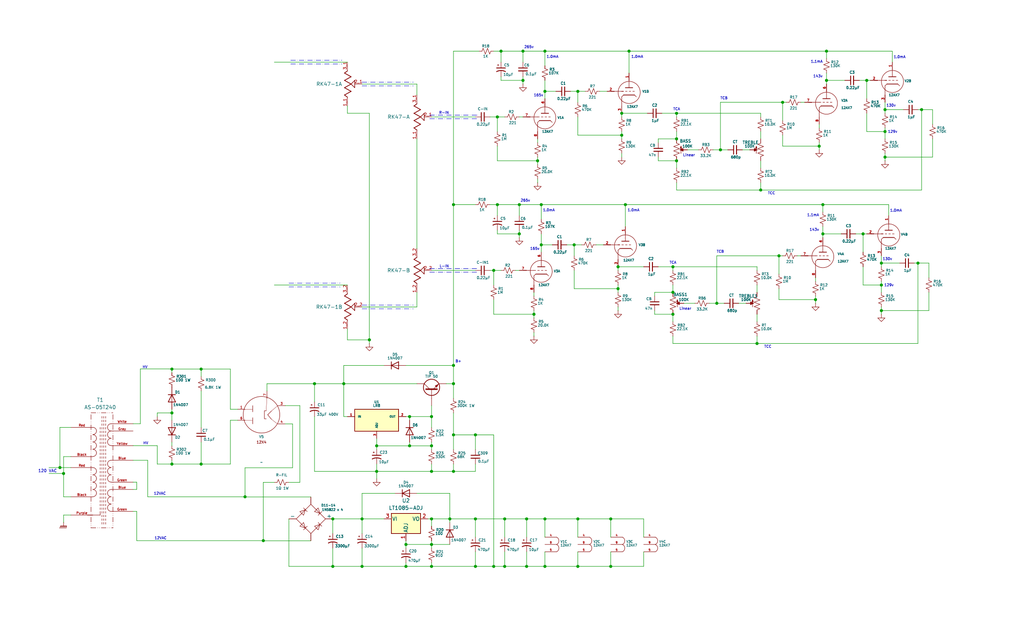
<source format=kicad_sch>
(kicad_sch (version 20231120) (generator "eeschema") (generator_version "8.0")
  (paper "USLegal")
  (lib_symbols
    (symbol "Device:C_Polarized_Small_US" (pin_numbers hide) (pin_names (offset 0.254) hide)
      (property "Reference" "C" (at 0.254 1.778 0))
      (property "Value" "C_Polarized_Small_US" (at 0.254 -2.032 0))
      (symbol "C_Polarized_Small_US_1_1"
        (pin passive line (at 0 2.54 270) (length 2.032) (name "~") (number "1"))
        (pin passive line (at 0 -2.54 90) (length 2.032) (name "~") (number "2"))
      )
    )
    (symbol "Device:C_Small" (pin_numbers hide) (pin_names (offset 0.254) hide)
      (property "Reference" "C" (at 0.254 1.778 0))
      (property "Value" "C_Small" (at 0.254 -2.032 0))
      (symbol "C_Small_1_1"
        (pin passive line (at 0 2.54 270) (length 2.032) (name "~") (number "1"))
        (pin passive line (at 0 -2.54 90) (length 2.032) (name "~") (number "2"))
      )
    )
    (symbol "Diode:1N4007" (pin_numbers hide) (pin_names hide)
      (property "Reference" "D" (at 0 2.54 0))
      (property "Value" "1N4007" (at 0 -2.54 0))
      (symbol "1N4007_1_1"
        (pin passive line (at -3.81 0 0) (length 2.54) (name "K") (number "1"))
        (pin passive line (at 3.81 0 180) (length 2.54) (name "A") (number "2"))
      )
    )
    (symbol "Diode_Bridge:KBPC1501W" (pin_names (offset 0))
      (property "Reference" "D11-14" (at 12.7 6.4202 0))
      (property "Value" "1N5822 x 4" (at 12.7 3.8802 0))
      (symbol "KBPC1501W_1_1"
        (pin passive line (at 7.62 0 180) (length 2.54) (name "+") (number ""))
        (pin passive line (at -7.62 0 0) (length 2.54) (name "-") (number ""))
        (pin passive line (at 0 -7.62 90) (length 2.54) (name "~") (number ""))
        (pin passive line (at 0 7.62 270) (length 2.54) (name "~") (number ""))
      )
    )
    (symbol "Graphic:SYM_Arrow_Tiny" (in_bom no) (on_board no))
    (symbol "My Tubes:12AX7" (pin_names (offset 0))
      (property "Reference" "V" (at 2.54 2.54 0))
      (property "Value" "12AX7" (at 5.715 -5.08 0))
      (symbol "12AX7_1_1"
        (pin output line (at 0 5.08 270) (length 2.54) (name "") (number "6"))
        (pin input line (at -7.62 -1.27 0) (length 2.54) (name "") (number "7"))
        (pin bidirectional line (at -2.54 -8.89 90) (length 2.54) (name "") (number "8"))
      )
      (symbol "12AX7_2_1"
        (pin output line (at 0 5.08 270) (length 2.54) (name "") (number "1"))
        (pin input line (at -7.62 -1.27 0) (length 2.54) (name "") (number "2"))
        (pin bidirectional line (at -2.54 -8.89 90) (length 2.54) (name "") (number "3"))
      )
      (symbol "12AX7_3_1"
        (pin power_in line (at -2.54 -10.43 90) (length 4.08) (name "") (number "4"))
        (pin power_in line (at 2.54 -10.43 90) (length 4.08) (name "") (number "5"))
        (pin power_in line (at 0 -10.43 90) (length 4.08) (name "") (number "9"))
      )
    )
    (symbol "My Tubes:12X4"
      (property "Reference" "V5" (at -7.62 -8.89 90))
      (property "Value" "~" (at -16.51 -8.89 90))
      (symbol "12X4_1_1"
        (text "12X4" (at -9.525 -8.89 900) (effects (font (size 0.889 0.889))))
        (pin unspecified line (at 1.905 -0.635 270) (length 2.54) (name "") (number "1"))
        (pin input line (at 3.175 -17.145 90) (length 2.54) (name "") (number "3"))
        (pin input line (at -3.175 -17.145 90) (length 2.54) (name "") (number "4"))
        (pin unspecified line (at -1.905 -0.635 270) (length 2.54) (name "") (number "6"))
        (pin unspecified line (at 8.255 -10.795 180) (length 2.54) (name "") (number "7"))
      )
    )
    (symbol "My_Transformers:AS-05T240" (pin_names (offset 1.016) hide)
      (property "Reference" "T" (at -0.635 13.335 0))
      (property "Value" "AS-05T240" (at 0 -29.21 0))
      (symbol "AS-05T240_1_1"
        (pin passive line (at -11.43 -17.145 0) (length 7.62) (name "AB") (number "Black"))
        (pin passive line (at -11.43 -3.175 0) (length 7.62) (name "AB") (number "Black"))
        (pin passive line (at 10.16 -14.605 180) (length 7.62) (name "OUT2A") (number "Blue"))
        (pin passive line (at 10.16 -4.445 180) (length 7.62) (name "OUT2A") (number "Blue"))
        (pin passive line (at 10.16 5.715 180) (length 7.62) (name "OUT1A") (number "Gray"))
        (pin passive line (at 10.16 -22.225 180) (length 7.62) (name "OUT2B") (number "Green"))
        (pin passive line (at 10.16 -12.065 180) (length 7.62) (name "OUT2B") (number "Green"))
        (pin passive line (at -11.43 -23.495 0) (length 7.62) (name "AB") (number "Purple"))
        (pin passive line (at -11.43 -6.985 0) (length 7.62) (name "AA") (number "Red"))
        (pin passive line (at -11.43 6.985 0) (length 7.62) (name "AA") (number "Red"))
        (pin passive line (at 10.16 8.255 180) (length 7.62) (name "OUT1A") (number "White"))
        (pin passive line (at 10.16 0.635 180) (length 7.62) (name "OUT1B") (number "Yellow"))
      )
    )
    (symbol "RK27112A0S20C0A103:RK27112A0S20C0A103" (pin_names (offset 1.016))
      (property "Reference" "R" (at -5.08 5.08 0))
      (property "Value" "RK27112A0S20C0A103" (at -5.08 2.54 0))
      (symbol "RK27112A0S20C0A103_1_0"
        (pin passive line (at -7.62 0 0) (length 2.54) (name "~") (number "1_1"))
        (pin passive line (at 0 -5.08 90) (length 2.54) (name "~") (number "2_1"))
        (pin passive line (at 7.62 0 180) (length 2.54) (name "~") (number "3_1"))
      )
      (symbol "RK27112A0S20C0A103_2_0"
        (pin passive line (at -7.62 0 0) (length 2.54) (name "~") (number "1_2"))
        (pin passive line (at 0 -5.08 90) (length 2.54) (name "~") (number "2_2"))
        (pin passive line (at 7.62 0 180) (length 2.54) (name "~") (number "3_2"))
      )
    )
    (symbol "Regulator_Linear:LR8N3-G" (pin_names (offset 1.016))
      (property "Reference" "U1" (at 0 5.08 0))
      (property "Value" "LR8" (at 0 3.81 0))
      (symbol "LR8N3-G_1_1"
        (pin input line (at -10.16 0 0) (length 2.54) (name "IN") (number "1"))
        (pin power_out line (at 10.16 0 180) (length 2.54) (name "OUT") (number "2"))
        (pin input line (at 0 -7.62 90) (length 2.54) (name "ADJ") (number "3"))
      )
    )
    (symbol "Regulator_Linear:LT1085-ADJ" (pin_names (offset 0.254))
      (property "Reference" "U" (at -3.81 3.175 0))
      (property "Value" "LT1085-ADJ" (at 0 3.175 0))
      (symbol "LT1085-ADJ_1_1"
        (pin input line (at 0 -7.62 90) (length 2.54) (name "ADJ") (number "1"))
        (pin power_out line (at 7.62 0 180) (length 2.54) (name "VO") (number "2"))
        (pin power_in line (at -7.62 0 0) (length 2.54) (name "VI") (number "3"))
      )
    )
    (symbol "Resistors:R_Potentiometer_US" (pin_names (offset 1.016) hide)
      (property "Reference" "BASS" (at 5.08 3.048 0))
      (property "Value" "100K" (at 5.588 1.27 0))
      (symbol "R_Potentiometer_US_1_1"
        (pin passive line (at 0 3.81 270) (length 1.27) (name "1") (number ""))
        (pin passive line (at 3.81 0 180) (length 1.27) (name "2") (number ""))
        (pin passive line (at 0 -3.81 90) (length 1.27) (name "3") (number ""))
      )
    )
    (symbol "Resistors:R_Small_US" (pin_numbers hide) (pin_names (offset 0.254) hide)
      (property "Reference" "R" (at 0.762 0.508 0))
      (property "Value" "R_Small_US" (at 0.762 -1.016 0))
      (symbol "R_Small_US_1_1"
        (pin passive line (at 0 2.54 270) (length 1.016) (name "~") (number "1"))
        (pin passive line (at 0 -2.54 90) (length 1.016) (name "~") (number "2"))
      )
    )
    (symbol "Simulation_SPICE:NPN" (pin_numbers hide) (pin_names (offset 0))
      (property "Reference" "Q1" (at 8.89 0 90))
      (property "Value" "TIP 50" (at 6.35 0 90))
      (symbol "NPN_1_1"
        (pin open_collector line (at 2.54 5.08 270) (length 2.54) (name "") (number "1"))
        (pin input line (at -5.08 0 0) (length 2.54) (name "") (number "2"))
        (pin open_emitter line (at 2.54 -5.08 90) (length 2.54) (name "") (number "3"))
      )
    )
    (symbol "power:GND" (power) (pin_numbers hide) (pin_names (offset 0) hide)
      (property "Value" "GND" (at 0 -3.81 0))
      (symbol "GND_1_1"
        (pin power_in line (at 0 0 270) (length 0) (name "~") (number "1"))
      )
    )
    (symbol "power:GNDPWR" (power) (pin_numbers hide) (pin_names (offset 0) hide)
      (property "Value" "GNDPWR" (at 0 -3.302 0))
      (symbol "GNDPWR_1_1"
        (pin power_in line (at 0 0 270) (length 0) (name "~") (number "1"))
      )
    )
  )
  (junction (at 149.86 163.83))
  (junction (at 157.48 127))
  (junction (at 217.17 71.12))
  (junction (at 115.57 196.85))
  (junction (at 20.8108 162.4997))
  (junction (at 214.63 100.33))
  (junction (at 271.78 35.56))
  (junction (at 200.66 196.85))
  (junction (at 300.99 27.94))
  (junction (at 285.75 81.28))
  (junction (at 318.77 91.44))
  (junction (at 283.21 104.14))
  (junction (at 115.57 180.34))
  (junction (at 173.99 17.78))
  (junction (at 125.73 180.34))
  (junction (at 22.0808 164.5647))
  (junction (at 214.63 92.71))
  (junction (at 199.39 85.09))
  (junction (at 149.86 144.78))
  (junction (at 233.68 101.6))
  (junction (at 215.9 39.37))
  (junction (at 140.97 189.23))
  (junction (at 189.23 180.34))
  (junction (at 182.88 196.85))
  (junction (at 175.26 180.34))
  (junction (at 165.1 196.85))
  (junction (at 189.23 17.78))
  (junction (at 157.48 151.13))
  (junction (at 119.38 133.35))
  (junction (at 307.34 54.61))
  (junction (at 157.48 163.83))
  (junction (at 128.27 118.11))
  (junction (at 234.95 39.37))
  (junction (at 165.1 180.34))
  (junction (at 250.19 52.07))
  (junction (at 69.85 161.29))
  (junction (at 284.48 50.8))
  (junction (at 299.72 81.28))
  (junction (at 125.73 196.85))
  (junction (at 200.66 180.34))
  (junction (at 91.44 187.8997))
  (junction (at 182.88 180.34))
  (junction (at 149.86 154.94))
  (junction (at 234.95 55.88))
  (junction (at 215.9 46.99))
  (junction (at 233.68 92.71))
  (junction (at 320.04 38.1))
  (junction (at 285.75 71.12))
  (junction (at 200.66 31.75))
  (junction (at 59.69 161.29))
  (junction (at 187.96 71.12))
  (junction (at 248.92 105.41))
  (junction (at 186.69 55.88))
  (junction (at 189.23 196.85))
  (junction (at 172.72 71.12))
  (junction (at 306.07 91.44))
  (junction (at 181.61 27.94))
  (junction (at 149.86 196.85))
  (junction (at 142.24 144.78))
  (junction (at 157.48 133.35))
  (junction (at 171.45 93.98))
  (junction (at 165.1 151.13))
  (junction (at 157.48 71.12))
  (junction (at 306.07 99.06))
  (junction (at 130.81 163.83))
  (junction (at 149.86 189.23))
  (junction (at 142.24 154.94))
  (junction (at 185.42 109.22))
  (junction (at 187.96 85.09))
  (junction (at 189.23 31.75))
  (junction (at 234.95 48.26))
  (junction (at 172.72 40.64))
  (junction (at 287.02 17.78))
  (junction (at 270.51 88.9))
  (junction (at 156.21 180.34))
  (junction (at 69.85 128.27))
  (junction (at 264.16 66.04))
  (junction (at 140.97 196.85))
  (junction (at 306.07 107.95))
  (junction (at 180.34 71.12))
  (junction (at 171.45 196.85))
  (junction (at 262.89 119.38))
  (junction (at 59.69 143.51))
  (junction (at 218.44 17.78))
  (junction (at 109.22 133.35))
  (junction (at 180.34 81.28))
  (junction (at 307.34 45.72))
  (junction (at 175.26 196.85))
  (junction (at 181.61 17.78))
  (junction (at 149.86 180.34))
  (junction (at 307.34 38.1))
  (junction (at 59.69 128.27))
  (junction (at 130.81 154.94))
  (junction (at 212.09 196.85))
  (junction (at 233.68 109.22))
  (junction (at 287.02 27.94))
  (junction (at 85.09 172.6597))
  (junction (at 212.09 180.34))
  (wire (pts (xy 182.88 186.69) (xy 182.88 180.34)))
  (wire (pts (xy 85.09 172.6597) (xy 85.09 172.72)))
  (wire (pts (xy 180.34 71.12) (xy 187.96 71.12)))
  (wire (pts (xy 187.96 81.28) (xy 187.96 85.09)))
  (wire (pts (xy 200.66 180.34) (xy 189.23 180.34)))
  (wire (pts (xy 233.68 92.71) (xy 233.68 93.98)))
  (wire (pts (xy 91.44 187.96) (xy 107.95 187.96)))
  (wire (pts (xy 48.7508 128.2097) (xy 48.7508 147.2597)))
  (wire (pts (xy 125.73 29.21) (xy 144.78 29.21)))
  (wire (pts (xy 171.45 196.85) (xy 165.1 196.85)))
  (wire (pts (xy 142.24 153.67) (xy 142.24 154.94)))
  (wire (pts (xy 120.65 99.06) (xy 95.25 99.06)))
  (wire (pts (xy 180.34 40.64) (xy 181.61 40.64)))
  (wire (pts (xy 54.61 143.51) (xy 54.61 144.78)))
  (wire (pts (xy 59.69 129.54) (xy 59.69 128.27)))
  (wire (pts (xy 234.95 66.04) (xy 264.16 66.04)))
  (wire (pts (xy 171.45 17.78) (xy 173.99 17.78)))
  (wire (pts (xy 189.23 17.78) (xy 189.23 22.86)))
  (wire (pts (xy 228.6 49.53) (xy 228.6 48.26)))
  (wire (pts (xy 92.71 133.35) (xy 109.22 133.35)))
  (wire (pts (xy 228.6 92.71) (xy 233.68 92.71)))
  (wire (pts (xy 300.99 45.72) (xy 307.34 45.72)))
  (wire (pts (xy 165.1 161.29) (xy 165.1 163.83)))
  (wire (pts (xy 173.99 17.78) (xy 181.61 17.78)))
  (wire (pts (xy 157.48 127) (xy 157.48 133.35)))
  (wire (pts (xy 271.78 35.56) (xy 273.05 35.56)))
  (wire (pts (xy 214.63 99.06) (xy 214.63 100.33)))
  (wire (pts (xy 128.27 118.11) (xy 128.27 119.38)))
  (wire (pts (xy 181.61 27.94) (xy 181.61 29.21)))
  (wire (pts (xy 318.77 91.44) (xy 322.58 91.44)))
  (wire (pts (xy 214.63 92.71) (xy 223.52 92.71)))
  (wire (pts (xy 47.4808 187.8997) (xy 91.44 187.8997)))
  (wire (pts (xy 233.68 116.84) (xy 233.68 119.38)))
  (wire (pts (xy 125.73 171.45) (xy 125.73 180.34)))
  (wire (pts (xy 307.34 54.61) (xy 307.34 53.34)))
  (wire (pts (xy 186.69 55.88) (xy 186.69 57.15)))
  (wire (pts (xy 318.77 91.44) (xy 317.5 91.44)))
  (wire (pts (xy 149.86 180.34) (xy 156.21 180.34)))
  (wire (pts (xy 140.97 196.85) (xy 125.73 196.85)))
  (wire (pts (xy 140.97 187.96) (xy 140.97 189.23)))
  (wire (pts (xy 115.57 180.34) (xy 125.73 180.34)))
  (wire (pts (xy 69.85 161.29) (xy 80.01 161.29)))
  (wire (pts (xy 104.14 140.97) (xy 104.14 167.64)))
  (wire (pts (xy 154.94 133.35) (xy 157.48 133.35)))
  (wire (pts (xy 307.34 38.1) (xy 307.34 39.37)))
  (wire (pts (xy 287.02 27.94) (xy 293.37 27.94)))
  (wire (pts (xy 189.23 196.85) (xy 182.88 196.85)))
  (wire (pts (xy 175.26 191.77) (xy 175.26 196.85)))
  (wire (pts (xy 149.86 140.97) (xy 149.86 144.78)))
  (wire (pts (xy 101.6 162.56) (xy 85.09 162.56)))
  (polyline (pts (xy 125.73 107.315) (xy 143.51 107.315)) (stroke (width 0) (type dash_dot)))
  (wire (pts (xy 140.97 189.23) (xy 140.97 190.5)))
  (wire (pts (xy 299.72 92.71) (xy 299.72 99.06)))
  (wire (pts (xy 59.69 128.27) (xy 69.85 128.27)))
  (wire (pts (xy 323.85 48.26) (xy 323.85 54.61)))
  (wire (pts (xy 271.78 46.99) (xy 271.78 50.8)))
  (wire (pts (xy 227.33 107.95) (xy 227.33 109.22)))
  (wire (pts (xy 187.96 71.12) (xy 187.96 76.2)))
  (wire (pts (xy 125.73 180.34) (xy 133.35 180.34)))
  (wire (pts (xy 198.12 31.75) (xy 200.66 31.75)))
  (wire (pts (xy 120.65 39.37) (xy 128.27 39.37)))
  (wire (pts (xy 217.17 78.74) (xy 217.17 71.12)))
  (wire (pts (xy 256.54 105.41) (xy 259.08 105.41)))
  (wire (pts (xy 215.9 54.61) (xy 215.9 53.34)))
  (wire (pts (xy 47.4808 167.5797) (xy 47.4808 170.1197)))
  (wire (pts (xy 157.48 17.78) (xy 157.48 71.12)))
  (wire (pts (xy 130.81 154.94) (xy 142.24 154.94)))
  (wire (pts (xy 199.39 93.98) (xy 199.39 100.33)))
  (wire (pts (xy 172.72 80.01) (xy 172.72 81.28)))
  (polyline (pts (xy 149.225 40.005) (xy 165.735 40.005)) (stroke (width 0) (type dash_dot)))
  (wire (pts (xy 109.22 133.35) (xy 119.38 133.35)))
  (wire (pts (xy 170.18 93.98) (xy 171.45 93.98)))
  (wire (pts (xy 171.45 151.13) (xy 171.45 196.85)))
  (wire (pts (xy 200.66 191.77) (xy 200.66 196.85)))
  (wire (pts (xy 320.04 38.1) (xy 323.85 38.1)))
  (wire (pts (xy 69.85 128.27) (xy 69.85 130.81)))
  (wire (pts (xy 229.87 39.37) (xy 234.95 39.37)))
  (wire (pts (xy 180.34 71.12) (xy 180.34 74.93)))
  (wire (pts (xy 173.99 17.78) (xy 173.99 21.59)))
  (wire (pts (xy 185.42 115.57) (xy 185.42 116.84)))
  (polyline (pts (xy 100.965 20.955) (xy 118.745 20.955)) (stroke (width 0) (type dash_dot)))
  (wire (pts (xy 170.18 40.64) (xy 172.72 40.64)))
  (polyline (pts (xy 100.33 98.425) (xy 118.11 98.425)) (stroke (width 0) (type dash_dot)))
  (wire (pts (xy 172.72 40.64) (xy 175.26 40.64)))
  (wire (pts (xy 299.72 99.06) (xy 306.07 99.06)))
  (wire (pts (xy 223.52 191.77) (xy 223.52 196.85)))
  (wire (pts (xy 149.86 154.94) (xy 149.86 156.21)))
  (wire (pts (xy 257.81 52.07) (xy 260.35 52.07)))
  (wire (pts (xy 196.85 85.09) (xy 199.39 85.09)))
  (wire (pts (xy 180.34 81.28) (xy 180.34 82.55)))
  (wire (pts (xy 250.19 52.07) (xy 252.73 52.07)))
  (wire (pts (xy 100.33 196.85) (xy 115.57 196.85)))
  (wire (pts (xy 149.86 180.34) (xy 149.86 182.88)))
  (wire (pts (xy 237.49 105.41) (xy 241.3 105.41)))
  (wire (pts (xy 284.48 50.8) (xy 284.48 52.07)))
  (wire (pts (xy 307.34 35.56) (xy 307.34 38.1)))
  (wire (pts (xy 120.65 36.83) (xy 120.65 39.37)))
  (wire (pts (xy 181.61 17.78) (xy 181.61 21.59)))
  (wire (pts (xy 307.34 44.45) (xy 307.34 45.72)))
  (wire (pts (xy 233.68 92.71) (xy 262.89 92.71)))
  (wire (pts (xy 283.21 96.52) (xy 283.21 97.79)))
  (wire (pts (xy 189.23 31.75) (xy 193.04 31.75)))
  (wire (pts (xy 300.99 27.94) (xy 302.26 27.94)))
  (wire (pts (xy 149.86 161.29) (xy 149.86 163.83)))
  (wire (pts (xy 299.72 81.28) (xy 299.72 87.63)))
  (wire (pts (xy 17.0008 162.4997) (xy 20.8108 162.4997)))
  (wire (pts (xy 186.69 48.26) (xy 186.69 49.53)))
  (wire (pts (xy 172.72 40.64) (xy 172.72 45.72)))
  (wire (pts (xy 270.51 88.9) (xy 270.51 95.25)))
  (wire (pts (xy 214.63 101.6) (xy 214.63 100.33)))
  (wire (pts (xy 128.27 118.11) (xy 120.65 118.11)))
  (wire (pts (xy 262.89 119.38) (xy 262.89 116.84)))
  (wire (pts (xy 47.4808 170.1197) (xy 46.2108 170.1197)))
  (wire (pts (xy 322.58 96.52) (xy 322.58 91.44)))
  (wire (pts (xy 119.38 144.78) (xy 120.65 144.78)))
  (wire (pts (xy 46.2108 147.2597) (xy 48.7508 147.2597)))
  (wire (pts (xy 287.02 17.78) (xy 309.88 17.78)))
  (wire (pts (xy 320.04 38.1) (xy 320.04 66.04)))
  (wire (pts (xy 214.63 107.95) (xy 214.63 106.68)))
  (wire (pts (xy 172.72 81.28) (xy 180.34 81.28)))
  (wire (pts (xy 109.22 144.78) (xy 109.22 163.83)))
  (wire (pts (xy 46.2108 159.9597) (xy 51.2908 159.9597)))
  (wire (pts (xy 299.72 81.28) (xy 300.99 81.28)))
  (wire (pts (xy 287.02 25.4) (xy 287.02 27.94)))
  (wire (pts (xy 186.69 63.5) (xy 186.69 62.23)))
  (wire (pts (xy 99.06 147.32) (xy 101.6 147.32)))
  (wire (pts (xy 80.01 142.24) (xy 80.01 128.27)))
  (wire (pts (xy 212.09 191.77) (xy 212.09 196.85)))
  (wire (pts (xy 306.07 91.44) (xy 306.07 92.71)))
  (wire (pts (xy 99.06 140.97) (xy 104.14 140.97)))
  (wire (pts (xy 144.78 101.6) (xy 144.78 106.68)))
  (wire (pts (xy 189.23 180.34) (xy 189.23 186.69)))
  (wire (pts (xy 181.61 17.78) (xy 189.23 17.78)))
  (wire (pts (xy 47.4808 167.5797) (xy 46.2108 167.5797)))
  (wire (pts (xy 109.22 133.35) (xy 109.22 139.7)))
  (wire (pts (xy 175.26 186.69) (xy 175.26 180.34)))
  (wire (pts (xy 264.16 66.04) (xy 264.16 63.5)))
  (wire (pts (xy 149.86 93.98) (xy 165.1 93.98)))
  (wire (pts (xy 140.97 196.85) (xy 149.86 196.85)))
  (wire (pts (xy 165.1 186.69) (xy 165.1 180.34)))
  (wire (pts (xy 189.23 17.78) (xy 218.44 17.78)))
  (wire (pts (xy 104.14 167.64) (xy 100.33 167.64)))
  (wire (pts (xy 165.1 191.77) (xy 165.1 196.85)))
  (wire (pts (xy 187.96 85.09) (xy 191.77 85.09)))
  (wire (pts (xy 119.38 133.35) (xy 119.38 144.78)))
  (wire (pts (xy 171.45 104.14) (xy 171.45 109.22)))
  (wire (pts (xy 115.57 190.5) (xy 115.57 196.85)))
  (wire (pts (xy 189.23 196.85) (xy 200.66 196.85)))
  (wire (pts (xy 165.1 196.85) (xy 149.86 196.85)))
  (wire (pts (xy 172.72 71.12) (xy 180.34 71.12)))
  (wire (pts (xy 130.81 163.83) (xy 149.86 163.83)))
  (wire (pts (xy 323.85 43.18) (xy 323.85 38.1)))
  (wire (pts (xy 218.44 25.4) (xy 218.44 17.78)))
  (wire (pts (xy 120.65 118.11) (xy 120.65 114.3)))
  (wire (pts (xy 208.28 31.75) (xy 210.82 31.75)))
  (wire (pts (xy 149.86 195.58) (xy 149.86 196.85)))
  (wire (pts (xy 119.38 133.35) (xy 144.78 133.35)))
  (wire (pts (xy 165.1 180.34) (xy 175.26 180.34)))
  (wire (pts (xy 51.2908 159.9597) (xy 51.2908 172.6597)))
  (wire (pts (xy 17.0008 164.5647) (xy 22.0808 164.5647)))
  (wire (pts (xy 157.48 151.13) (xy 157.48 156.21)))
  (wire (pts (xy 199.39 100.33) (xy 214.63 100.33)))
  (wire (pts (xy 270.51 88.9) (xy 271.78 88.9)))
  (wire (pts (xy 285.75 78.74) (xy 285.75 81.28)))
  (wire (pts (xy 157.48 163.83) (xy 149.86 163.83)))
  (polyline (pts (xy 125.73 29.845) (xy 143.51 29.845)) (stroke (width 0) (type dash_dot)))
  (wire (pts (xy 306.07 107.95) (xy 306.07 106.68)))
  (wire (pts (xy 54.61 161.29) (xy 59.69 161.29)))
  (wire (pts (xy 22.0808 158.6897) (xy 22.0808 164.5647)))
  (wire (pts (xy 284.48 43.18) (xy 284.48 44.45)))
  (wire (pts (xy 140.97 144.78) (xy 142.24 144.78)))
  (wire (pts (xy 179.07 93.98) (xy 180.34 93.98)))
  (wire (pts (xy 59.69 153.67) (xy 59.69 154.94)))
  (wire (pts (xy 307.34 54.61) (xy 323.85 54.61)))
  (wire (pts (xy 307.34 55.88) (xy 307.34 54.61)))
  (wire (pts (xy 51.2908 172.6597) (xy 85.09 172.6597)))
  (wire (pts (xy 306.07 97.79) (xy 306.07 99.06)))
  (wire (pts (xy 283.21 104.14) (xy 283.21 105.41)))
  (wire (pts (xy 157.48 163.83) (xy 165.1 163.83)))
  (wire (pts (xy 144.78 171.45) (xy 156.21 171.45)))
  (wire (pts (xy 306.07 99.06) (xy 306.07 101.6)))
  (wire (pts (xy 199.39 85.09) (xy 199.39 88.9)))
  (wire (pts (xy 20.8108 162.4997) (xy 20.8108 148.5297)))
  (wire (pts (xy 137.16 171.45) (xy 125.73 171.45)))
  (wire (pts (xy 130.81 154.94) (xy 130.81 156.21)))
  (wire (pts (xy 283.21 102.87) (xy 283.21 104.14)))
  (wire (pts (xy 125.73 106.68) (xy 144.78 106.68)))
  (polyline (pts (xy 149.225 94.615) (xy 165.735 94.615)) (stroke (width 0) (type dash_dot)))
  (wire (pts (xy 130.81 161.29) (xy 130.81 163.83)))
  (wire (pts (xy 185.42 101.6) (xy 185.42 102.87)))
  (wire (pts (xy 180.34 80.01) (xy 180.34 81.28)))
  (wire (pts (xy 157.48 71.12) (xy 157.48 127)))
  (wire (pts (xy 149.86 189.23) (xy 149.86 190.5)))
  (wire (pts (xy 264.16 55.88) (xy 264.16 58.42)))
  (wire (pts (xy 59.69 161.29) (xy 69.85 161.29)))
  (wire (pts (xy 227.33 109.22) (xy 233.68 109.22)))
  (wire (pts (xy 85.09 172.72) (xy 107.95 172.72)))
  (wire (pts (xy 199.39 85.09) (xy 201.93 85.09)))
  (polyline (pts (xy 149.225 93.345) (xy 165.735 93.345)) (stroke (width 0) (type dash_dot)))
  (wire (pts (xy 238.76 52.07) (xy 242.57 52.07)))
  (wire (pts (xy 320.04 38.1) (xy 318.77 38.1)))
  (wire (pts (xy 156.21 181.61) (xy 156.21 180.34)))
  (wire (pts (xy 200.66 40.64) (xy 200.66 46.99)))
  (wire (pts (xy 157.48 143.51) (xy 157.48 151.13)))
  (wire (pts (xy 149.86 189.23) (xy 140.97 189.23)))
  (wire (pts (xy 142.24 154.94) (xy 149.86 154.94)))
  (wire (pts (xy 309.88 21.59) (xy 309.88 17.78)))
  (wire (pts (xy 149.86 144.78) (xy 149.86 148.59)))
  (wire (pts (xy 189.23 27.94) (xy 189.23 31.75)))
  (wire (pts (xy 233.68 99.06) (xy 233.68 101.6)))
  (wire (pts (xy 59.69 160.02) (xy 59.69 161.29)))
  (wire (pts (xy 172.72 55.88) (xy 186.69 55.88)))
  (wire (pts (xy 300.99 39.37) (xy 300.99 45.72)))
  (wire (pts (xy 165.1 156.21) (xy 165.1 151.13)))
  (wire (pts (xy 228.6 55.88) (xy 234.95 55.88)))
  (wire (pts (xy 100.33 180.34) (xy 100.33 196.85)))
  (wire (pts (xy 200.66 31.75) (xy 203.2 31.75)))
  (polyline (pts (xy 125.73 28.575) (xy 143.51 28.575)) (stroke (width 0) (type dash_dot)))
  (wire (pts (xy 318.77 91.44) (xy 318.77 119.38)))
  (wire (pts (xy 215.9 39.37) (xy 224.79 39.37)))
  (wire (pts (xy 69.85 135.89) (xy 69.85 148.59)))
  (wire (pts (xy 298.45 27.94) (xy 300.99 27.94)))
  (wire (pts (xy 200.66 180.34) (xy 200.66 186.69)))
  (wire (pts (xy 207.01 85.09) (xy 209.55 85.09)))
  (wire (pts (xy 262.89 93.98) (xy 262.89 92.71)))
  (wire (pts (xy 271.78 35.56) (xy 271.78 41.91)))
  (wire (pts (xy 264.16 66.04) (xy 320.04 66.04)))
  (wire (pts (xy 214.63 93.98) (xy 214.63 92.71)))
  (wire (pts (xy 185.42 109.22) (xy 185.42 107.95)))
  (wire (pts (xy 144.78 48.26) (xy 144.78 86.36)))
  (wire (pts (xy 133.35 127) (xy 119.38 127)))
  (wire (pts (xy 91.44 167.64) (xy 91.44 187.8997)))
  (wire (pts (xy 109.22 163.83) (xy 130.81 163.83)))
  (wire (pts (xy 157.48 71.12) (xy 165.1 71.12)))
  (wire (pts (xy 20.8108 148.5297) (xy 24.6208 148.5297)))
  (wire (pts (xy 233.68 109.22) (xy 233.68 111.76)))
  (wire (pts (xy 59.69 143.51) (xy 59.69 146.05)))
  (wire (pts (xy 59.69 142.24) (xy 59.69 143.51)))
  (wire (pts (xy 248.92 88.9) (xy 270.51 88.9)))
  (wire (pts (xy 189.23 191.77) (xy 189.23 196.85)))
  (wire (pts (xy 22.0808 172.6597) (xy 24.6208 172.6597)))
  (wire (pts (xy 149.86 189.23) (xy 156.21 189.23)))
  (wire (pts (xy 270.51 104.14) (xy 283.21 104.14)))
  (wire (pts (xy 218.44 17.78) (xy 287.02 17.78)))
  (wire (pts (xy 148.59 180.34) (xy 149.86 180.34)))
  (wire (pts (xy 228.6 54.61) (xy 228.6 55.88)))
  (wire (pts (xy 91.44 187.8997) (xy 91.44 187.96)))
  (wire (pts (xy 187.96 87.63) (xy 187.96 85.09)))
  (wire (pts (xy 217.17 71.12) (xy 285.75 71.12)))
  (wire (pts (xy 276.86 88.9) (xy 278.13 88.9)))
  (wire (pts (xy 234.95 39.37) (xy 264.16 39.37)))
  (wire (pts (xy 157.48 17.78) (xy 166.37 17.78)))
  (wire (pts (xy 24.6208 158.6897) (xy 22.0808 158.6897)))
  (wire (pts (xy 172.72 71.12) (xy 172.72 74.93)))
  (wire (pts (xy 175.26 196.85) (xy 182.88 196.85)))
  (wire (pts (xy 144.78 33.02) (xy 144.78 29.21)))
  (wire (pts (xy 187.96 71.12) (xy 217.17 71.12)))
  (wire (pts (xy 234.95 55.88) (xy 234.95 58.42)))
  (wire (pts (xy 300.99 27.94) (xy 300.99 34.29)))
  (wire (pts (xy 24.6208 179.0097) (xy 22.0808 179.0097)))
  (wire (pts (xy 270.51 100.33) (xy 270.51 104.14)))
  (wire (pts (xy 59.69 143.51) (xy 54.61 143.51)))
  (wire (pts (xy 171.45 93.98) (xy 171.45 99.06)))
  (wire (pts (xy 142.24 144.78) (xy 149.86 144.78)))
  (wire (pts (xy 212.09 180.34) (xy 212.09 186.69)))
  (wire (pts (xy 306.07 91.44) (xy 312.42 91.44)))
  (wire (pts (xy 227.33 102.87) (xy 227.33 101.6)))
  (wire (pts (xy 297.18 81.28) (xy 299.72 81.28)))
  (wire (pts (xy 247.65 52.07) (xy 250.19 52.07)))
  (wire (pts (xy 307.34 38.1) (xy 313.69 38.1)))
  (wire (pts (xy 171.45 109.22) (xy 185.42 109.22)))
  (wire (pts (xy 46.2108 177.7397) (xy 47.4808 177.7397)))
  (wire (pts (xy 69.85 128.27) (xy 80.01 128.27)))
  (wire (pts (xy 119.38 127) (xy 119.38 133.35)))
  (wire (pts (xy 307.34 45.72) (xy 307.34 48.26)))
  (wire (pts (xy 234.95 45.72) (xy 234.95 48.26)))
  (wire (pts (xy 215.9 45.72) (xy 215.9 46.99)))
  (wire (pts (xy 181.61 26.67) (xy 181.61 27.94)))
  (wire (pts (xy 140.97 195.58) (xy 140.97 196.85)))
  (wire (pts (xy 223.52 180.34) (xy 212.09 180.34)))
  (wire (pts (xy 171.45 93.98) (xy 173.99 93.98)))
  (wire (pts (xy 186.69 55.88) (xy 186.69 54.61)))
  (wire (pts (xy 165.1 180.34) (xy 156.21 180.34)))
  (wire (pts (xy 264.16 45.72) (xy 264.16 48.26)))
  (wire (pts (xy 306.07 109.22) (xy 306.07 107.95)))
  (wire (pts (xy 284.48 49.53) (xy 284.48 50.8)))
  (wire (pts (xy 157.48 133.35) (xy 157.48 138.43)))
  (wire (pts (xy 142.24 144.78) (xy 142.24 146.05)))
  (wire (pts (xy 227.33 101.6) (xy 233.68 101.6)))
  (wire (pts (xy 287.02 20.32) (xy 287.02 17.78)))
  (wire (pts (xy 250.19 35.56) (xy 250.19 52.07)))
  (wire (pts (xy 46.2108 154.8797) (xy 54.61 154.8797)))
  (wire (pts (xy 59.69 128.2097) (xy 59.69 128.27)))
  (wire (pts (xy 82.55 146.05) (xy 80.01 146.05)))
  (wire (pts (xy 185.42 109.22) (xy 185.42 110.49)))
  (wire (pts (xy 285.75 81.28) (xy 285.75 82.55)))
  (wire (pts (xy 212.09 180.34) (xy 200.66 180.34)))
  (wire (pts (xy 130.81 163.83) (xy 130.81 166.37)))
  (wire (pts (xy 80.01 146.05) (xy 80.01 161.29)))
  (wire (pts (xy 173.99 26.67) (xy 173.99 27.94)))
  (wire (pts (xy 246.38 105.41) (xy 248.92 105.41)))
  (wire (pts (xy 215.9 48.26) (xy 215.9 46.99)))
  (wire (pts (xy 130.81 152.4) (xy 130.81 154.94)))
  (wire (pts (xy 248.92 88.9) (xy 248.92 105.41)))
  (wire (pts (xy 69.85 153.67) (xy 69.85 161.29)))
  (wire (pts (xy 128.27 39.37) (xy 128.27 118.11)))
  (wire (pts (xy 212.09 196.85) (xy 223.52 196.85)))
  (wire (pts (xy 233.68 119.38) (xy 262.89 119.38)))
  (wire (pts (xy 157.48 161.29) (xy 157.48 163.83)))
  (wire (pts (xy 22.0808 179.0097) (xy 22.0808 181.5497)))
  (polyline (pts (xy 125.73 106.045) (xy 143.51 106.045)) (stroke (width 0) (type dash_dot)))
  (wire (pts (xy 149.86 40.64) (xy 165.1 40.64)))
  (wire (pts (xy 278.13 35.56) (xy 279.4 35.56)))
  (wire (pts (xy 262.89 119.38) (xy 318.77 119.38)))
  (wire (pts (xy 48.7508 128.2097) (xy 59.69 128.2097)))
  (wire (pts (xy 234.95 39.37) (xy 234.95 40.64)))
  (wire (pts (xy 223.52 180.34) (xy 223.52 186.69)))
  (wire (pts (xy 175.26 180.34) (xy 182.88 180.34)))
  (wire (pts (xy 308.61 74.93) (xy 308.61 71.12)))
  (wire (pts (xy 157.48 151.13) (xy 165.1 151.13)))
  (polyline (pts (xy 100.965 22.225) (xy 118.745 22.225)) (stroke (width 0) (type dash_dot)))
  (wire (pts (xy 271.78 50.8) (xy 284.48 50.8)))
  (wire (pts (xy 85.09 162.56) (xy 85.09 172.6597)))
  (wire (pts (xy 285.75 73.66) (xy 285.75 71.12)))
  (wire (pts (xy 264.16 40.64) (xy 264.16 39.37)))
  (wire (pts (xy 171.45 196.85) (xy 175.26 196.85)))
  (wire (pts (xy 228.6 48.26) (xy 234.95 48.26)))
  (wire (pts (xy 115.57 196.85) (xy 125.73 196.85)))
  (wire (pts (xy 306.07 107.95) (xy 322.58 107.95)))
  (wire (pts (xy 149.86 153.67) (xy 149.86 154.94)))
  (wire (pts (xy 22.0808 164.5647) (xy 22.0808 172.6597)))
  (wire (pts (xy 82.55 142.24) (xy 80.01 142.24)))
  (wire (pts (xy 165.1 151.13) (xy 171.45 151.13)))
  (wire (pts (xy 115.57 185.42) (xy 115.57 180.34)))
  (wire (pts (xy 215.9 40.64) (xy 215.9 39.37)))
  (wire (pts (xy 92.71 135.89) (xy 92.71 133.35)))
  (wire (pts (xy 173.99 27.94) (xy 181.61 27.94)))
  (wire (pts (xy 200.66 46.99) (xy 215.9 46.99)))
  (wire (pts (xy 149.86 187.96) (xy 149.86 189.23)))
  (wire (pts (xy 262.89 99.06) (xy 262.89 101.6)))
  (wire (pts (xy 170.18 71.12) (xy 172.72 71.12)))
  (wire (pts (xy 234.95 63.5) (xy 234.95 66.04)))
  (wire (pts (xy 101.6 147.32) (xy 101.6 162.56)))
  (wire (pts (xy 95.25 167.64) (xy 91.44 167.64)))
  (wire (pts (xy 200.66 31.75) (xy 200.66 35.56)))
  (polyline (pts (xy 100.33 99.695) (xy 118.11 99.695)) (stroke (width 0) (type dash_dot)))
  (wire (pts (xy 54.61 154.8797) (xy 54.61 161.29)))
  (wire (pts (xy 287.02 27.94) (xy 287.02 29.21)))
  (polyline (pts (xy 149.225 41.275) (xy 165.735 41.275)) (stroke (width 0) (type dash_dot)))
  (polyline (pts (xy 165.735 40.005) (xy 165.735 40.005)) (stroke (width 0) (type dash_dot)))
  (wire (pts (xy 140.97 127) (xy 157.48 127)))
  (wire (pts (xy 182.88 191.77) (xy 182.88 196.85)))
  (wire (pts (xy 322.58 101.6) (xy 322.58 107.95)))
  (wire (pts (xy 189.23 180.34) (xy 182.88 180.34)))
  (wire (pts (xy 120.65 21.59) (xy 95.25 21.59)))
  (wire (pts (xy 306.07 88.9) (xy 306.07 91.44)))
  (wire (pts (xy 262.89 109.22) (xy 262.89 111.76)))
  (wire (pts (xy 189.23 34.29) (xy 189.23 31.75)))
  (wire (pts (xy 250.19 35.56) (xy 271.78 35.56)))
  (wire (pts (xy 248.92 105.41) (xy 251.46 105.41)))
  (wire (pts (xy 200.66 196.85) (xy 212.09 196.85)))
  (wire (pts (xy 125.73 185.42) (xy 125.73 180.34)))
  (wire (pts (xy 172.72 50.8) (xy 172.72 55.88)))
  (wire (pts (xy 285.75 71.12) (xy 308.61 71.12)))
  (wire (pts (xy 156.21 171.45) (xy 156.21 180.34)))
  (wire (pts (xy 24.6208 162.4997) (xy 20.8108 162.4997)))
  (wire (pts (xy 125.73 190.5) (xy 125.73 196.85)))
  (wire (pts (xy 285.75 81.28) (xy 292.1 81.28)))
  (wire (pts (xy 47.4808 177.7397) (xy 47.4808 187.8997)))
  (text "130v" (at 309.88 90.17 0) (effects (font (size 0.889 0.889)) (justify right)))
  (text "129v" (at 311.6891 45.9503 0) (effects (font (size 0.889 0.889)) (justify right)))
  (text "TCB" (at 251.46 87.63 0) (effects (font (size 0.889 0.889)) (justify right)))
  (text "1.0mA" (at 314.5426 19.998 0) (effects (font (size 0.889 0.889)) (justify right)))
  (text "1.0mA" (at 222.1381 73.2307 0) (effects (font (size 0.889 0.889)) (justify right)))
  (text "TCB" (at 252.73 34.29 0) (effects (font (size 0.889 0.889)) (justify right)))
  (text "TCA" (at 234.95 91.44 0) (effects (font (size 0.889 0.889)) (justify right)))
  (text "12VAC" (at 57.658 171.704 0) (effects (font (size 0.889 0.889)) (justify right)))
  (text "1.1mA" (at 284.48 74.93 0) (effects (font (size 0.889 0.889)) (justify right)))
  (text "265v" (at 184.15 69.85 0) (effects (font (size 0.889 0.889)) (justify right)))
  (text "12VAC" (at 57.912 187.198 0) (effects (font (size 0.889 0.889)) (justify right)))
  (text "Linear" (at 237.998 107.442 0) (effects (font (size 0.889 0.889))))
  (text "1.0mA" (at 313.2726 73.338 0) (effects (font (size 0.889 0.889)) (justify right)))
  (text "TCC" (at 267.97 120.65 0) (effects (font (size 0.889 0.889)) (justify right)))
  (text "TCC" (at 269.24 67.31 0) (effects (font (size 0.889 0.889)) (justify right)))
  (text "1.0mA" (at 223.4081 19.8907 0) (effects (font (size 0.889 0.889)) (justify right)))
  (text "265v" (at 185.42 16.51 0) (effects (font (size 0.889 0.889)) (justify right)))
  (text "HV" (at 51.562 154.178 0) (effects (font (size 0.889 0.889)) (justify right)))
  (text "L-IN" (at 155.956 92.71 0) (effects (font (size 0.889 0.889)) (justify right)))
  (text "TCA" (at 236.22 38.1 0) (effects (font (size 0.889 0.889)) (justify right)))
  (text "130v" (at 311.15 36.83 0) (effects (font (size 0.889 0.889)) (justify right)))
  (text "129v" (at 310.4191 99.2903 0) (effects (font (size 0.889 0.889)) (justify right)))
  (text "R-IN" (at 155.956 39.37 0) (effects (font (size 0.889 0.889)) (justify right)))
  (text "HV" (at 51.308 127.762 0) (effects (font (size 0.889 0.889)) (justify right)))
  (text "143v" (at 284.48 80.01 0) (effects (font (size 0.889 0.889)) (justify right)))
  (text "1.1mA" (at 285.75 21.59 0) (effects (font (size 0.889 0.889)) (justify right)))
  (text "1.0mA" (at 192.737 73.2307 0) (effects (font (size 0.889 0.889)) (justify right)))
  (text "B+" (at 160.274 125.73 0) (effects (font (size 0.889 0.889)) (justify right)))
  (text "Linear" (at 239.268 54.102 0) (effects (font (size 0.889 0.889))))
  (text "165v" (at 187.452 86.614 0) (effects (font (size 0.889 0.889)) (justify right)))
  (text "120 VAC" (at 16.51 163.83 0) (effects (font (size 1.016 1.016))))
  (text "143v" (at 285.75 26.67 0) (effects (font (size 0.889 0.889)) (justify right)))
  (text "165v" (at 188.722 33.274 0) (effects (font (size 0.889 0.889)) (justify right)))
  (text "1.0mA" (at 194.007 19.8907 0) (effects (font (size 0.889 0.889)) (justify right)))
  (symbol (lib_id "My Tubes:12AX7") (at 199.66 189.23 270) (unit 3)
    (property "Reference" "V1" (at 194.58 188.23 90) (effects (font (size 0.8 0.8)) (justify left)))
    (property "Value" "12AX7" (at 194.58 189.5 90) (effects (font (size 0.8 0.8)) (justify left)))
    (property "Description" "double triode" (effects (hide yes)))
  )
  (symbol (lib_id "RK27112A0S20C0A103:RK27112A0S20C0A103") (at 120.65 106.68 90) (unit 2)
    (property "Reference" "RK47-1" (at 114.3 106.68 90))
    (property "Value" "RK47-A" (effects (hide yes)))
    (property "Footprint" "RK27112A0S20C0A103:TRIM_RK27112A0S20C0A103" (effects (hide yes)))
    (property "MF" "ALPS" (effects (hide yes)))
    (property "MAXIMUM_PACKAGE_HEIGHT" "24.5 mm" (effects (hide yes)))
    (property "Package" "None" (effects (hide yes)))
    (property "Price" "None" (effects (hide yes)))
    (property "Check_prices" "https://www.snapeda.com/parts/RK27112A0S20C0A103/ALPS/view-part/?ref=eda" (effects (hide yes)))
    (property "STANDARD" "Manufacturer Recommendations" (effects (hide yes)))
    (property "PARTREV" "N/A" (effects (hide yes)))
    (property "SnapEDA_Link" "https://www.snapeda.com/parts/RK27112A0S20C0A103/ALPS/view-part/?ref=snap" (effects (hide yes)))
    (property "MP" "RK27112A0S20C0A103" (effects (hide yes)))
    (property "Description_1" "\n                        \n                            12mm Snap-In Potentiometers 27mm DUAL\n                        \n" (effects (hide yes)))
    (property "Availability" "Not in stock" (effects (hide yes)))
    (property "MANUFACTURER" "ALPS" (effects (hide yes)))
  )
  (symbol (lib_id "Device:C_Small") (at 255.27 52.07 90) (unit 1)
    (property "Reference" "CT" (at 255.27 49.276 90) (effects (font (size 0.889 0.889))))
    (property "Value" "680p" (at 255.524 54.61 90) (effects (font (size 0.889 0.889))))
    (property "Description" "Unpolarized capacitor, small symbol" (effects (hide yes)))
  )
  (symbol (lib_id "RK27112A0S20C0A103:RK27112A0S20C0A103") (at 144.78 40.64 90) (unit 1)
    (property "Reference" "RK47-" (at 138.43 40.64 90))
    (property "Value" "RK47-A" (effects (hide yes)))
    (property "Footprint" "RK27112A0S20C0A103:TRIM_RK27112A0S20C0A103" (effects (hide yes)))
    (property "MF" "ALPS" (effects (hide yes)))
    (property "MAXIMUM_PACKAGE_HEIGHT" "24.5 mm" (effects (hide yes)))
    (property "Package" "None" (effects (hide yes)))
    (property "Price" "None" (effects (hide yes)))
    (property "Check_prices" "https://www.snapeda.com/parts/RK27112A0S20C0A103/ALPS/view-part/?ref=eda" (effects (hide yes)))
    (property "STANDARD" "Manufacturer Recommendations" (effects (hide yes)))
    (property "PARTREV" "N/A" (effects (hide yes)))
    (property "SnapEDA_Link" "https://www.snapeda.com/parts/RK27112A0S20C0A103/ALPS/view-part/?ref=snap" (effects (hide yes)))
    (property "MP" "RK27112A0S20C0A103" (effects (hide yes)))
    (property "Description_1" "\n                        \n                            12mm Snap-In Potentiometers 27mm DUAL\n                        \n" (effects (hide yes)))
    (property "Availability" "Not in stock" (effects (hide yes)))
    (property "MANUFACTURER" "ALPS" (effects (hide yes)))
  )
  (symbol (lib_id "Resistors:R_Small_US") (at 149.86 151.13 0) (unit 1)
    (property "Reference" "R22" (at 151.384 149.86 0) (effects (font (size 0.889 0.889)) (justify left)))
    (property "Value" "1.5K" (at 151.13 151.13 0) (effects (font (size 0.889 0.889)) (justify left)))
    (property "Description" "Resistor, 1/8 watt, 1%" (effects (hide yes)))
  )
  (symbol (lib_id "Device:C_Small") (at 194.31 85.09 90) (unit 1)
    (property "Reference" "C1" (at 194.31 82.296 90) (effects (font (size 0.889 0.889))))
    (property "Value" "0.22µF" (at 194.564 87.63 90) (effects (font (size 0.889 0.889))))
    (property "Description" "Unpolarized capacitor, small symbol" (effects (hide yes)))
  )
  (symbol (lib_id "Simulation_SPICE:NPN") (at 149.86 135.89 90) (unit 1)
    (property "Reference" "Q1" (at 149.86 129.54 90) (effects (font (size 0.889 0.889))))
    (property "Value" "TIP 50" (at 149.86 130.81 90) (effects (font (size 0.889 0.889))))
    (property "Datasheet" "https://ngspice.sourceforge.io/docs/ngspice-html-manual/manual.xhtml#cha_BJTs" (effects (hide yes)))
    (property "Description" "Bipolar transistor symbol for simulation only, substrate tied to the emitter" (effects (hide yes)))
    (property "Sim.Device" "NPN" (effects (hide yes)))
    (property "Sim.Type" "GUMMELPOON" (effects (hide yes)))
    (property "Sim.Pins" "1=C 2=B 3=E" (effects (hide yes)))
  )
  (symbol (lib_id "Resistors:R_Potentiometer_US") (at 234.95 52.07 0) (unit 1)
    (property "Reference" "BASS" (at 240.03 49.022 0) (effects (font (size 1.016 1.016)) (justify right)))
    (property "Value" "100K" (at 240.538 50.8 0) (effects (font (size 0.889 0.889)) (justify right)))
    (property "Description" "Potentiometer, US symbol" (effects (hide yes)))
  )
  (symbol (lib_id "Resistors:R_Small_US") (at 149.86 185.42 0) (unit 1)
    (property "Reference" "R20" (at 151.384 184.15 0) (effects (font (size 0.889 0.889)) (justify left)))
    (property "Value" "100" (at 151.13 185.42 0) (effects (font (size 0.889 0.889)) (justify left)))
    (property "Description" "Resistor, 1/8 watt, 1%" (effects (hide yes)))
  )
  (symbol (lib_id "Device:C_Polarized_Small_US") (at 130.81 158.75 0) (unit 1)
    (property "Reference" "C23" (at 131.826 157.226 0) (effects (font (size 0.889 0.889)) (justify left)))
    (property "Value" "10µF" (at 131.572 160.528 0) (effects (font (size 0.889 0.889)) (justify left)))
    (property "Description" "Polarized capacitor, small US symbol" (effects (hide yes)))
  )
  (symbol (lib_id "power:GND") (at 306.07 109.22 0) (unit 1)
    (property "Reference" "#PWR012" (effects (hide yes)))
    (property "Value" "GND" (effects (hide yes)))
    (property "Description" "Power symbol creates a global label with name \"GND\" , ground" (effects (hide yes)))
  )
  (symbol (lib_id "Resistors:R_Small_US") (at 189.23 25.4 0) (unit 1)
    (property "Reference" "R3" (at 190.754 24.13 0) (effects (font (size 0.889 0.889)) (justify left)))
    (property "Value" "107K" (at 190.5 25.4 0) (effects (font (size 0.889 0.889)) (justify left)))
    (property "Description" "Resistor, 1/8 watt, 1%" (effects (hide yes)))
  )
  (symbol (lib_id "power:GND") (at 283.21 105.41 0) (unit 1)
    (property "Reference" "#PWR011" (effects (hide yes)))
    (property "Value" "GND" (effects (hide yes)))
    (property "Description" "Power symbol creates a global label with name \"GND\" , ground" (effects (hide yes)))
  )
  (symbol (lib_id "Diode:1N4007") (at 140.97 171.45 0) (unit 1)
    (property "Reference" "D4" (at 140.97 167.64 0) (effects (font (size 0.889 0.889))))
    (property "Value" "1N4007" (at 140.97 168.91 0) (effects (font (size 0.889 0.889))))
    (property "Footprint" "Diode_THT:D_DO-41_SOD81_P10.16mm_Horizontal" (effects (hide yes)))
    (property "Datasheet" "http://www.vishay.com/docs/88503/1n4001.pdf" (effects (hide yes)))
    (property "Description" "1000V 1A General Purpose Rectifier Diode, DO-41" (effects (hide yes)))
    (property "Sim.Device" "D" (effects (hide yes)))
    (property "Sim.Pins" "1=K 2=A" (effects (hide yes)))
  )
  (symbol (lib_id "My Tubes:12AX7") (at 189.23 39.37 0) (unit 1)
    (property "Reference" "V1" (at 193.548 40.894 0) (effects (font (size 0.8 0.8)) (justify left)))
    (property "Value" "12AX7" (at 188.214 45.72 0) (effects (font (size 0.8 0.8)) (justify left)))
    (property "Description" "double triode" (effects (hide yes)))
  )
  (symbol (lib_id "Device:C_Small") (at 180.34 77.47 0) (unit 1)
    (property "Reference" "C6" (at 181.6525 75.9786 0) (effects (font (size 0.889 0.889))))
    (property "Value" "0.1µF" (at 183.1765 79.0266 0) (effects (font (size 0.889 0.889))))
    (property "Description" "Unpolarized capacitor, small symbol" (effects (hide yes)))
  )
  (symbol (lib_id "Resistors:R_Small_US") (at 157.48 158.75 0) (unit 1)
    (property "Reference" "R25" (at 159.004 157.48 0) (effects (font (size 0.889 0.889)) (justify left)))
    (property "Value" "68K" (at 158.75 158.75 0) (effects (font (size 0.889 0.889)) (justify left)))
    (property "Description" "Resistor, 1/8 watt, 1%" (effects (hide yes)))
  )
  (symbol (lib_id "Diode:1N4007") (at 137.16 127 0) (unit 1)
    (property "Reference" "D5" (at 137.16 123.19 0) (effects (font (size 0.889 0.889))))
    (property "Value" "1N4007" (at 137.16 124.46 0) (effects (font (size 0.889 0.889))))
    (property "Footprint" "Diode_THT:D_DO-41_SOD81_P10.16mm_Horizontal" (effects (hide yes)))
    (property "Datasheet" "http://www.vishay.com/docs/88503/1n4001.pdf" (effects (hide yes)))
    (property "Description" "1000V 1A General Purpose Rectifier Diode, DO-41" (effects (hide yes)))
    (property "Sim.Device" "D" (effects (hide yes)))
    (property "Sim.Pins" "1=K 2=A" (effects (hide yes)))
  )
  (symbol (lib_id "Diode_Bridge:KBPC1501W") (at 107.95 180.34 0) (unit 1)
    (property "Reference" "D11-14" (at 114.0394 175.6324 0) (effects (font (size 0.8 0.8))))
    (property "Value" "1N5822 x 4" (at 115.4701 177.1346 0) (effects (font (size 0.8 0.8))))
    (property "Footprint" "Diode_THT:Diode_Bridge_GeneSiC_KBPC_W" (effects (hide yes)))
    (property "Datasheet" "https://www.diodemodule.com/bridge-rectifier/kbpc/kbpc1501t.pdf" (effects (hide yes)))
    (property "Description" "Single-Phase Bridge Rectifier, 70V Vrms, 15A If, KBPC-W(WS)" (effects (hide yes)))
  )
  (symbol (lib_id "Resistors:R_Potentiometer_US") (at 233.68 105.41 0) (unit 1)
    (property "Reference" "BASS1" (at 238.76 102.362 0) (effects (font (size 1.016 1.016)) (justify right)))
    (property "Value" "100K" (at 239.268 104.14 0) (effects (font (size 0.889 0.889)) (justify right)))
    (property "Description" "Potentiometer, US symbol" (effects (hide yes)))
  )
  (symbol (lib_id "Resistors:R_Small_US") (at 307.34 50.8 0) (unit 1)
    (property "Reference" "R15" (at 308.864 49.53 0) (effects (font (size 0.889 0.889)) (justify left)))
    (property "Value" "130K" (at 308.61 50.8 0) (effects (font (size 0.889 0.889)) (justify left)))
    (property "Description" "Resistor, 1/8 watt, 1%" (effects (hide yes)))
  )
  (symbol (lib_id "Resistors:R_Small_US") (at 149.86 158.75 0) (unit 1)
    (property "Reference" "R23" (at 151.384 157.48 0) (effects (font (size 0.889 0.889)) (justify left)))
    (property "Value" "330K" (at 151.13 158.75 0) (effects (font (size 0.889 0.889)) (justify left)))
    (property "Description" "Resistor, 1/8 watt, 1%" (effects (hide yes)))
  )
  (symbol (lib_id "Device:C_Polarized_Small_US") (at 115.57 187.96 0) (unit 1)
    (property "Reference" "C13" (at 116.586 186.436 0) (effects (font (size 0.889 0.889)) (justify left)))
    (property "Value" "3300µF" (at 116.332 189.738 0) (effects (font (size 0.889 0.889)) (justify left)))
    (property "Description" "Polarized capacitor, small US symbol" (effects (hide yes)))
  )
  (symbol (lib_id "Device:C_Polarized_Small_US") (at 172.72 77.47 0) (unit 1)
    (property "Reference" "C5" (at 173.736 75.946 0) (effects (font (size 0.889 0.889)) (justify left)))
    (property "Value" "10µF" (at 173.482 79.248 0) (effects (font (size 0.889 0.889)) (justify left)))
    (property "Description" "Polarized capacitor, small US symbol" (effects (hide yes)))
  )
  (symbol (lib_id "power:GND") (at 284.48 52.07 0) (unit 1)
    (property "Reference" "#PWR05" (effects (hide yes)))
    (property "Value" "GND" (effects (hide yes)))
    (property "Description" "Power symbol creates a global label with name \"GND\" , ground" (effects (hide yes)))
  )
  (symbol (lib_id "Resistors:R_Small_US") (at 176.53 93.98 90) (unit 1)
    (property "Reference" "R2" (at 176.276 92.202 90) (effects (font (size 0.889 0.889))))
    (property "Value" "221" (at 176.784 96.012 90) (effects (font (size 0.889 0.889))))
    (property "Description" "Resistor, 1/8 watt, 1%" (effects (hide yes)))
  )
  (symbol (lib_id "Device:C_Polarized_Small_US") (at 125.73 187.96 0) (unit 1)
    (property "Reference" "C14" (at 126.746 186.436 0) (effects (font (size 0.889 0.889)) (justify left)))
    (property "Value" "3300µF" (at 126.492 189.738 0) (effects (font (size 0.889 0.889)) (justify left)))
    (property "Description" "Polarized capacitor, small US symbol" (effects (hide yes)))
  )
  (symbol (lib_id "Resistors:R_Small_US") (at 149.86 193.04 0) (unit 1)
    (property "Reference" "R21" (at 151.384 191.77 0) (effects (font (size 0.889 0.889)) (justify left)))
    (property "Value" "910" (at 151.13 193.04 0) (effects (font (size 0.889 0.889)) (justify left)))
    (property "Description" "Resistor, 1/8 watt, 1%" (effects (hide yes)))
  )
  (symbol (lib_id "Diode:1N4007") (at 156.21 185.42 270) (unit 1)
    (property "Reference" "D3" (at 158.1825 183.2872 90) (effects (font (size 0.889 0.889))))
    (property "Value" "1N4007" (at 159.2556 187.6866 90) (effects (font (size 0.889 0.889))))
    (property "Footprint" "Diode_THT:D_DO-41_SOD81_P10.16mm_Horizontal" (effects (hide yes)))
    (property "Datasheet" "http://www.vishay.com/docs/88503/1n4001.pdf" (effects (hide yes)))
    (property "Description" "1000V 1A General Purpose Rectifier Diode, DO-41" (effects (hide yes)))
    (property "Sim.Device" "D" (effects (hide yes)))
    (property "Sim.Pins" "1=K 2=A" (effects (hide yes)))
  )
  (symbol (lib_id "Resistors:R_Small_US") (at 199.39 91.44 0) (unit 1)
    (property "Reference" "R6" (at 200.914 90.17 0) (effects (font (size 0.889 0.889)) (justify left)))
    (property "Value" "470K" (at 200.66 91.44 0) (effects (font (size 0.889 0.889)) (justify left)))
    (property "Description" "Resistor, 1/8 watt, 1%" (effects (hide yes)))
  )
  (symbol (lib_id "Resistors:R_Small_US") (at 205.74 31.75 90) (unit 1)
    (property "Reference" "R7" (at 205.74 29.972 90) (effects (font (size 0.889 0.889))))
    (property "Value" "221" (at 205.74 33.782 90) (effects (font (size 0.889 0.889))))
    (property "Description" "Resistor, 1/8 watt, 1%" (effects (hide yes)))
  )
  (symbol (lib_id "Resistors:R_Small_US") (at 243.84 105.41 90) (unit 1)
    (property "Reference" "RB6" (at 243.84 103.632 90) (effects (font (size 0.889 0.889))))
    (property "Value" "33.2K" (at 243.84 107.442 90) (effects (font (size 0.889 0.889))))
    (property "Description" "Resistor, 1/8 watt, 1%" (effects (hide yes)))
  )
  (symbol (lib_id "Graphic:SYM_Arrow_Tiny") (at 262.636 52.07 90) (unit 1) (exclude_from_sim yes) (in_bom no) (on_board no)
    (property "Reference" "#SYM2" (effects (hide yes)))
    (property "Value" "SYM_Arrow_Tiny" (effects (hide yes)))
    (property "Description" "Filled arrow, 100mil" (effects (hide yes)))
  )
  (symbol (lib_id "Regulator_Linear:LT1085-ADJ") (at 140.97 180.34 0) (unit 1)
    (property "Reference" "U2" (at 140.97 173.99 0))
    (property "Value" "LT1085-ADJ" (at 140.97 176.53 0))
    (property "Datasheet" "https://www.analog.com/media/en/technical-documentation/data-sheets/108345fh.pdf" (effects (hide yes)))
    (property "Description" "3.0A 25V LDO Linear Regulator, Adjustable Output, TO-220/TO-263" (effects (hide yes)))
  )
  (symbol (lib_id "Device:C_Small") (at 167.64 40.64 90) (unit 1)
    (property "Reference" "C-IN" (at 167.64 37.846 90) (effects (font (size 0.889 0.889))))
    (property "Value" "0.22µF" (at 167.894 43.18 90) (effects (font (size 0.889 0.889))))
    (property "Description" "Unpolarized capacitor, small symbol" (effects (hide yes)))
  )
  (symbol (lib_id "Resistors:R_Small_US") (at 234.95 60.96 0) (unit 1)
    (property "Reference" "RB2" (at 236.474 59.69 0) (effects (font (size 0.889 0.889)) (justify left)))
    (property "Value" "22.1K" (at 236.22 60.96 0) (effects (font (size 0.889 0.889)) (justify left)))
    (property "Description" "Resistor, 1/8 watt, 1%" (effects (hide yes)))
  )
  (symbol (lib_id "Resistors:R_Small_US") (at 262.89 114.3 0) (unit 1)
    (property "Reference" "RT" (at 264.414 113.03 0) (effects (font (size 0.889 0.889)) (justify left)))
    (property "Value" "10.0K" (at 264.16 114.3 0) (effects (font (size 0.889 0.889)) (justify left)))
    (property "Description" "Resistor, 1/8 watt, 1%" (effects (hide yes)))
  )
  (symbol (lib_id "Resistors:R_Small_US") (at 215.9 50.8 0) (unit 1)
    (property "Reference" "R9" (at 217.424 49.53 0) (effects (font (size 0.889 0.889)) (justify left)))
    (property "Value" "130K" (at 217.17 50.8 0) (effects (font (size 0.889 0.889)) (justify left)))
    (property "Description" "Resistor, 1/8 watt, 1%" (effects (hide yes)))
  )
  (symbol (lib_id "Diode:1N4007") (at 142.24 149.86 270) (unit 1)
    (property "Reference" "D6" (at 144.2125 147.7272 90) (effects (font (size 0.889 0.889))))
    (property "Value" "1N4007" (at 145.2856 152.1266 90) (effects (font (size 0.889 0.889))))
    (property "Footprint" "Diode_THT:D_DO-41_SOD81_P10.16mm_Horizontal" (effects (hide yes)))
    (property "Datasheet" "http://www.vishay.com/docs/88503/1n4001.pdf" (effects (hide yes)))
    (property "Description" "1000V 1A General Purpose Rectifier Diode, DO-41" (effects (hide yes)))
    (property "Sim.Device" "D" (effects (hide yes)))
    (property "Sim.Pins" "1=K 2=A" (effects (hide yes)))
  )
  (symbol (lib_id "My Tubes:12AX7") (at 233.95 189.23 270) (unit 3)
    (property "Reference" "V4" (at 228.87 188.23 90) (effects (font (size 0.8 0.8)) (justify left)))
    (property "Value" "12AX7" (at 228.87 189.5 90) (effects (font (size 0.8 0.8)) (justify left)))
    (property "Description" "double triode" (effects (hide yes)))
  )
  (symbol (lib_id "Resistors:R_Small_US") (at 234.95 43.18 0) (unit 1)
    (property "Reference" "RB1" (at 236.474 41.91 0) (effects (font (size 0.889 0.889)) (justify left)))
    (property "Value" "22.1K" (at 236.22 43.18 0) (effects (font (size 0.889 0.889)) (justify left)))
    (property "Description" "Resistor, 1/8 watt, 1%" (effects (hide yes)))
  )
  (symbol (lib_id "Regulator_Linear:LR8N3-G") (at 130.81 144.78 0) (unit 1)
    (property "Reference" "U1" (at 130.81 139.7 0) (effects (font (size 0.8 0.8))))
    (property "Value" "LR8" (at 130.81 140.97 0) (effects (font (size 0.889 0.889))))
    (property "Footprint" "Package_TO_SOT_THT:TO-92_Inline" (effects (hide yes)))
    (property "Datasheet" "http://www.supertex.com/pdf/datasheets/LR8.pdf" (effects (hide yes)))
    (property "Description" "30mA 450V High-Voltage Linear Regulator (Adjustable), TO-92" (effects (hide yes)))
  )
  (symbol (lib_id "Graphic:SYM_Arrow_Tiny") (at 261.366 105.41 90) (unit 1) (exclude_from_sim yes) (in_bom no) (on_board no)
    (property "Reference" "#SYM4" (effects (hide yes)))
    (property "Value" "SYM_Arrow_Tiny" (effects (hide yes)))
    (property "Description" "Filled arrow, 100mil" (effects (hide yes)))
  )
  (symbol (lib_id "Resistors:R_Small_US") (at 204.47 85.09 90) (unit 1)
    (property "Reference" "R7" (at 204.47 83.312 90) (effects (font (size 0.889 0.889))))
    (property "Value" "221" (at 204.47 87.122 90) (effects (font (size 0.889 0.889))))
    (property "Description" "Resistor, 1/8 watt, 1%" (effects (hide yes)))
  )
  (symbol (lib_id "Diode:1N4007") (at 59.69 149.86 270) (mirror x) (unit 1)
    (property "Reference" "D2" (at 61.6625 151.9928 90) (effects (font (size 0.889 0.889))))
    (property "Value" "1N4007" (at 62.7356 147.5934 90) (effects (font (size 0.889 0.889))))
    (property "Footprint" "Diode_THT:D_DO-41_SOD81_P10.16mm_Horizontal" (effects (hide yes)))
    (property "Datasheet" "http://www.vishay.com/docs/88503/1n4001.pdf" (effects (hide yes)))
    (property "Description" "1000V 1A General Purpose Rectifier Diode, DO-41" (effects (hide yes)))
    (property "Sim.Device" "D" (effects (hide yes)))
    (property "Sim.Pins" "1=K 2=A" (effects (hide yes)))
  )
  (symbol (lib_id "My_Transformers:AS-05T240") (at 36.0508 155.5147 0) (unit 1)
    (property "Reference" "T1" (at 34.7808 139.0047 0))
    (property "Value" "AS-05T240" (at 34.7808 141.5447 0))
    (property "Description" "Transformer, single primary, dual secondary" (effects (hide yes)))
  )
  (symbol (lib_id "Graphic:SYM_Arrow_Tiny") (at 235.204 105.41 270) (mirror x) (unit 1) (exclude_from_sim yes) (in_bom no) (on_board no)
    (property "Reference" "#SYM3" (effects (hide yes)))
    (property "Value" "SYM_Arrow_Tiny" (effects (hide yes)))
    (property "Description" "Filled arrow, 100mil" (effects (hide yes)))
  )
  (symbol (lib_id "Resistors:R_Small_US") (at 59.69 157.48 0) (unit 1)
    (property "Reference" "R302" (at 61.214 156.21 0) (effects (font (size 0.889 0.889)) (justify left)))
    (property "Value" "100 1W" (at 60.96 157.48 0) (effects (font (size 0.889 0.889)) (justify left)))
    (property "Description" "Resistor, 1/8 watt, 1%" (effects (hide yes)))
  )
  (symbol (lib_id "Resistors:R_Small_US") (at 264.16 60.96 0) (unit 1)
    (property "Reference" "RT2" (at 265.684 59.69 0) (effects (font (size 0.889 0.889)) (justify left)))
    (property "Value" "10.0K" (at 265.43 60.96 0) (effects (font (size 0.889 0.889)) (justify left)))
    (property "Description" "Resistor, 1/8 watt, 1%" (effects (hide yes)))
  )
  (symbol (lib_id "Resistors:R_Small_US") (at 167.64 71.12 90) (unit 1)
    (property "Reference" "R18" (at 167.386 69.342 90) (effects (font (size 0.889 0.889))))
    (property "Value" "1K" (at 167.386 72.898 90) (effects (font (size 0.889 0.889))))
    (property "Description" "Resistor, 1/8 watt, 1%" (effects (hide yes)))
  )
  (symbol (lib_id "Device:C_Small") (at 167.64 93.98 90) (unit 1)
    (property "Reference" "C-IN1" (at 167.64 91.186 90) (effects (font (size 0.889 0.889))))
    (property "Value" "0.22µF" (at 167.894 96.52 90) (effects (font (size 0.889 0.889))))
    (property "Description" "Unpolarized capacitor, small symbol" (effects (hide yes)))
  )
  (symbol (lib_id "Device:C_Small") (at 69.85 151.13 0) (unit 1)
    (property "Reference" "C7" (at 71.1625 149.6386 0) (effects (font (size 0.889 0.889))))
    (property "Value" "0.1µF" (at 72.6865 152.6866 0) (effects (font (size 0.889 0.889))))
    (property "Description" "Unpolarized capacitor, small symbol" (effects (hide yes)))
  )
  (symbol (lib_id "Resistors:R_Small_US") (at 283.21 100.33 0) (unit 1)
    (property "Reference" "R12" (at 284.734 99.06 0) (effects (font (size 0.889 0.889)) (justify left)))
    (property "Value" "1K" (at 284.48 100.33 0) (effects (font (size 0.889 0.889)) (justify left)))
    (property "Description" "Resistor, 1/8 watt, 1%" (effects (hide yes)))
  )
  (symbol (lib_id "Resistors:R_Small_US") (at 200.66 38.1 0) (unit 1)
    (property "Reference" "R6" (at 202.184 36.83 0) (effects (font (size 0.889 0.889)) (justify left)))
    (property "Value" "470K" (at 201.93 38.1 0) (effects (font (size 0.889 0.889)) (justify left)))
    (property "Description" "Resistor, 1/8 watt, 1%" (effects (hide yes)))
  )
  (symbol (lib_id "power:GND") (at 181.61 29.21 0) (unit 1)
    (property "Reference" "#PWR02" (effects (hide yes)))
    (property "Value" "GND" (effects (hide yes)))
    (property "Description" "Power symbol creates a global label with name \"GND\" , ground" (effects (hide yes)))
  )
  (symbol (lib_id "My Tubes:12AX7") (at 218.44 30.48 0) (unit 2)
    (property "Reference" "V1" (at 223.012 31.75 0) (effects (font (size 0.8 0.8)) (justify left)))
    (property "Value" "12AX7" (at 217.678 37.084 0) (effects (font (size 0.8 0.8)) (justify left)))
    (property "Description" "double triode" (effects (hide yes)))
  )
  (symbol (lib_id "Resistors:R_Small_US") (at 168.91 17.78 90) (unit 1)
    (property "Reference" "R18" (at 168.656 16.002 90) (effects (font (size 0.889 0.889))))
    (property "Value" "1K" (at 168.656 19.558 90) (effects (font (size 0.889 0.889))))
    (property "Description" "Resistor, 1/8 watt, 1%" (effects (hide yes)))
  )
  (symbol (lib_id "Resistors:R_Small_US") (at 245.11 52.07 90) (unit 1)
    (property "Reference" "RB3" (at 245.11 50.292 90) (effects (font (size 0.889 0.889))))
    (property "Value" "33.2K" (at 245.11 54.102 90) (effects (font (size 0.889 0.889))))
    (property "Description" "Resistor, 1/8 watt, 1%" (effects (hide yes)))
  )
  (symbol (lib_id "Resistors:R_Small_US") (at 214.63 96.52 0) (unit 1)
    (property "Reference" "R8" (at 216.154 95.25 0) (effects (font (size 0.889 0.889)) (justify left)))
    (property "Value" "1K" (at 215.9 96.52 0) (effects (font (size 0.889 0.889)) (justify left)))
    (property "Description" "Resistor, 1/8 watt, 1%" (effects (hide yes)))
  )
  (symbol (lib_id "Resistors:R_Small_US") (at 287.02 22.86 0) (unit 1)
    (property "Reference" "R12" (at 288.544 21.59 0) (effects (font (size 0.889 0.889)) (justify left)))
    (property "Value" "130K" (at 288.29 22.86 0) (effects (font (size 0.889 0.889)) (justify left)))
    (property "Description" "Resistor, 1/8 watt, 1%" (effects (hide yes)))
  )
  (symbol (lib_id "Device:C_Small") (at 195.58 31.75 90) (unit 1)
    (property "Reference" "C1" (at 195.58 28.956 90) (effects (font (size 0.889 0.889))))
    (property "Value" "0.22µF" (at 195.834 34.29 90) (effects (font (size 0.889 0.889))))
    (property "Description" "Unpolarized capacitor, small symbol" (effects (hide yes)))
  )
  (symbol (lib_id "Resistors:R_Small_US") (at 307.34 41.91 0) (unit 1)
    (property "Reference" "R14" (at 308.864 40.64 0) (effects (font (size 0.889 0.889)) (justify left)))
    (property "Value" "1K" (at 308.61 41.91 0) (effects (font (size 0.889 0.889)) (justify left)))
    (property "Description" "Resistor, 1/8 watt, 1%" (effects (hide yes)))
  )
  (symbol (lib_id "My Tubes:12X4") (at 81.915 144.145 90) (unit 1)
    (property "Reference" "V5" (at 90.805 151.765 90) (effects (font (size 0.889 0.889))))
    (property "Value" "~" (at 90.805 160.655 90))
    (property "Description" "Full-Wave Rectifier" (effects (hide yes)))
  )
  (symbol (lib_id "Resistors:R_Small_US") (at 59.69 132.08 0) (unit 1)
    (property "Reference" "R301" (at 61.214 130.81 0) (effects (font (size 0.889 0.889)) (justify left)))
    (property "Value" "100 1W" (at 60.96 132.08 0) (effects (font (size 0.889 0.889)) (justify left)))
    (property "Description" "Resistor, 1/8 watt, 1%" (effects (hide yes)))
  )
  (symbol (lib_id "Device:C_Small") (at 295.91 27.94 90) (unit 1)
    (property "Reference" "C3" (at 295.91 25.146 90) (effects (font (size 0.889 0.889))))
    (property "Value" "0.22µF" (at 296.164 30.48 90) (effects (font (size 0.889 0.889))))
    (property "Description" "Unpolarized capacitor, small symbol" (effects (hide yes)))
  )
  (symbol (lib_id "Resistors:R_Small_US") (at 299.72 90.17 0) (unit 1)
    (property "Reference" "R13" (at 301.244 88.9 0) (effects (font (size 0.889 0.889)) (justify left)))
    (property "Value" "470K" (at 300.99 90.17 0) (effects (font (size 0.889 0.889)) (justify left)))
    (property "Description" "Resistor, 1/8 watt, 1%" (effects (hide yes)))
  )
  (symbol (lib_id "My Tubes:12AX7") (at 222.52 189.23 270) (unit 3)
    (property "Reference" "V3" (at 217.44 188.23 90) (effects (font (size 0.8 0.8)) (justify left)))
    (property "Value" "12AX7" (at 217.44 189.5 90) (effects (font (size 0.8 0.8)) (justify left)))
    (property "Description" "double triode" (effects (hide yes)))
  )
  (symbol (lib_id "power:GND") (at 186.69 63.5 0) (unit 1)
    (property "Reference" "#PWR01" (effects (hide yes)))
    (property "Value" "GND" (effects (hide yes)))
    (property "Description" "Power symbol creates a global label with name \"GND\" , ground" (effects (hide yes)))
  )
  (symbol (lib_id "Resistors:R_Small_US") (at 233.68 114.3 0) (unit 1)
    (property "Reference" "RB2" (at 235.204 113.03 0) (effects (font (size 0.889 0.889)) (justify left)))
    (property "Value" "22.1K" (at 234.95 114.3 0) (effects (font (size 0.889 0.889)) (justify left)))
    (property "Description" "Resistor, 1/8 watt, 1%" (effects (hide yes)))
  )
  (symbol (lib_id "Resistors:R_Small_US") (at 186.69 59.69 0) (unit 1)
    (property "Reference" "R5" (at 188.214 58.42 0) (effects (font (size 0.889 0.889)) (justify left)))
    (property "Value" "20.0K" (at 187.96 59.69 0) (effects (font (size 0.889 0.889)) (justify left)))
    (property "Description" "Resistor, 1/8 watt, 1%" (effects (hide yes)))
  )
  (symbol (lib_id "Device:C_Small") (at 181.61 24.13 0) (unit 1)
    (property "Reference" "C6" (at 182.9225 22.6386 0) (effects (font (size 0.889 0.889))))
    (property "Value" "0.1µF" (at 184.4465 25.6866 0) (effects (font (size 0.889 0.889))))
    (property "Description" "Unpolarized capacitor, small symbol" (effects (hide yes)))
  )
  (symbol (lib_id "power:GNDPWR") (at 22.0808 181.5497 0) (unit 1)
    (property "Reference" "#PWR016" (effects (hide yes)))
    (property "Value" "GNDPWR" (effects (hide yes)))
    (property "Description" "Power symbol creates a global label with name \"GNDPWR\" , global ground" (effects (hide yes)))
  )
  (symbol (lib_id "Resistors:R_Small_US") (at 69.85 133.35 0) (unit 1)
    (property "Reference" "R300" (at 71.374 132.08 0) (effects (font (size 0.889 0.889)) (justify left)))
    (property "Value" "6.8K 1W" (at 71.12 134.62 0) (effects (font (size 0.889 0.889)) (justify left)))
    (property "Description" "Resistor, 1/8 watt, 1%" (effects (hide yes)))
  )
  (symbol (lib_id "power:GND") (at 128.27 119.38 0) (unit 1)
    (property "Reference" "#PWR03" (effects (hide yes)))
    (property "Value" "GND" (effects (hide yes)))
    (property "Description" "Power symbol creates a global label with name \"GND\" , ground" (effects (hide yes)))
  )
  (symbol (lib_id "power:GND") (at 180.34 82.55 0) (unit 1)
    (property "Reference" "#PWR08" (effects (hide yes)))
    (property "Value" "GND" (effects (hide yes)))
    (property "Description" "Power symbol creates a global label with name \"GND\" , ground" (effects (hide yes)))
  )
  (symbol (lib_id "Resistors:R_Small_US") (at 185.42 113.03 0) (unit 1)
    (property "Reference" "R5" (at 186.944 111.76 0) (effects (font (size 0.889 0.889)) (justify left)))
    (property "Value" "20.0K" (at 186.69 113.03 0) (effects (font (size 0.889 0.889)) (justify left)))
    (property "Description" "Resistor, 1/8 watt, 1%" (effects (hide yes)))
  )
  (symbol (lib_id "Device:C_Polarized_Small_US") (at 140.97 193.04 0) (unit 1)
    (property "Reference" "C20" (at 141.986 191.516 0) (effects (font (size 0.889 0.889)) (justify left)))
    (property "Value" "470µF" (at 141.732 194.818 0) (effects (font (size 0.889 0.889)) (justify left)))
    (property "Description" "Polarized capacitor, small US symbol" (effects (hide yes)))
  )
  (symbol (lib_id "Device:C_Small") (at 165.1 158.75 0) (unit 1)
    (property "Reference" "C309" (at 167.64 157.48 0) (effects (font (size 0.889 0.889))))
    (property "Value" "0.1µF" (at 167.9365 160.3066 0) (effects (font (size 0.889 0.889))))
    (property "Description" "Unpolarized capacitor, small symbol" (effects (hide yes)))
  )
  (symbol (lib_id "My Tubes:12AX7") (at 308.61 80.01 0) (unit 2)
    (property "Reference" "V4" (at 312.8263 81.4494 0) (effects (font (size 0.8 0.8)) (justify left)))
    (property "Value" "12AX7" (at 307.34 86.36 0) (effects (font (size 0.8 0.8)) (justify left)))
    (property "Description" "double triode" (effects (hide yes)))
  )
  (symbol (lib_id "Device:C_Small") (at 294.64 81.28 90) (unit 1)
    (property "Reference" "C3" (at 294.64 78.486 90) (effects (font (size 0.889 0.889))))
    (property "Value" "0.22µF" (at 294.894 83.82 90) (effects (font (size 0.889 0.889))))
    (property "Description" "Unpolarized capacitor, small symbol" (effects (hide yes)))
  )
  (symbol (lib_id "power:GND") (at 185.42 116.84 0) (unit 1)
    (property "Reference" "#PWR09" (effects (hide yes)))
    (property "Value" "GND" (effects (hide yes)))
    (property "Description" "Power symbol creates a global label with name \"GND\" , ground" (effects (hide yes)))
  )
  (symbol (lib_id "Resistors:R_Small_US") (at 157.48 140.97 0) (unit 1)
    (property "Reference" "R24" (at 159.004 139.7 0) (effects (font (size 0.889 0.889)) (justify left)))
    (property "Value" "300K 1W" (at 158.75 140.97 0) (effects (font (size 0.889 0.889)) (justify left)))
    (property "Description" "Resistor, 1/8 watt, 1%" (effects (hide yes)))
  )
  (symbol (lib_id "Resistors:R_Small_US") (at 262.89 96.52 0) (unit 1)
    (property "Reference" "RT3" (at 264.414 95.25 0) (effects (font (size 0.889 0.889)) (justify left)))
    (property "Value" "10.0K" (at 264.16 96.52 0) (effects (font (size 0.889 0.889)) (justify left)))
    (property "Description" "Resistor, 1/8 watt, 1%" (effects (hide yes)))
  )
  (symbol (lib_id "Resistors:R_Small_US") (at 275.59 35.56 90) (unit 1)
    (property "Reference" "R17" (at 275.59 33.782 90) (effects (font (size 0.889 0.889))))
    (property "Value" "221" (at 275.59 37.592 90) (effects (font (size 0.889 0.889))))
    (property "Description" "Resistor, 1/8 watt, 1%" (effects (hide yes)))
  )
  (symbol (lib_id "Device:C_Polarized_Small_US") (at 175.26 189.23 0) (unit 1)
    (property "Reference" "C18" (at 176.276 187.706 0) (effects (font (size 0.889 0.889)) (justify left)))
    (property "Value" "470µF" (at 176.022 191.008 0) (effects (font (size 0.889 0.889)) (justify left)))
    (property "Description" "Polarized capacitor, small US symbol" (effects (hide yes)))
  )
  (symbol (lib_id "Resistors:R_Small_US") (at 172.72 48.26 0) (unit 1)
    (property "Reference" "R1" (at 174.244 46.99 0) (effects (font (size 0.889 0.889)) (justify left)))
    (property "Value" "1M" (at 173.99 48.26 0) (effects (font (size 0.889 0.889)) (justify left)))
    (property "Description" "Resistor, 1/8 watt, 1%" (effects (hide yes)))
  )
  (symbol (lib_id "Graphic:SYM_Arrow_Tiny") (at 236.474 52.07 270) (mirror x) (unit 1) (exclude_from_sim yes) (in_bom no) (on_board no)
    (property "Reference" "#SYM1" (effects (hide yes)))
    (property "Value" "SYM_Arrow_Tiny" (effects (hide yes)))
    (property "Description" "Filled arrow, 100mil" (effects (hide yes)))
  )
  (symbol (lib_id "Resistors:R_Small_US") (at 306.07 104.14 0) (unit 1)
    (property "Reference" "R15" (at 307.594 102.87 0) (effects (font (size 0.889 0.889)) (justify left)))
    (property "Value" "130K" (at 307.34 104.14 0) (effects (font (size 0.889 0.889)) (justify left)))
    (property "Description" "Resistor, 1/8 watt, 1%" (effects (hide yes)))
  )
  (symbol (lib_id "My Tubes:12AX7") (at 285.75 87.63 0) (unit 1)
    (property "Reference" "V4" (at 290.83 88.265 0) (effects (font (size 0.8 0.8)) (justify left)))
    (property "Value" "12AX7" (at 290.83 90.805 0) (effects (font (size 0.8 0.8)) (justify left)))
    (property "Description" "double triode" (effects (hide yes)))
  )
  (symbol (lib_id "My Tubes:12AX7") (at 217.17 83.82 0) (unit 2)
    (property "Reference" "V3" (at 221.742 85.09 0) (effects (font (size 0.8 0.8)) (justify left)))
    (property "Value" "12AX7" (at 216.408 90.424 0) (effects (font (size 0.8 0.8)) (justify left)))
    (property "Description" "double triode" (effects (hide yes)))
  )
  (symbol (lib_id "Device:C_Polarized_Small_US") (at 165.1 189.23 0) (unit 1)
    (property "Reference" "C21" (at 166.116 187.706 0) (effects (font (size 0.889 0.889)) (justify left)))
    (property "Value" "470µF" (at 165.862 191.008 0) (effects (font (size 0.889 0.889)) (justify left)))
    (property "Description" "Polarized capacitor, small US symbol" (effects (hide yes)))
  )
  (symbol (lib_id "Resistors:R_Small_US") (at 97.79 167.64 90) (unit 1)
    (property "Reference" "R-FIL" (at 97.79 165.1 90) (effects (font (size 0.889 0.889))))
    (property "Value" "1Ω 1W" (at 98.044 169.672 90) (effects (font (size 0.889 0.889))))
    (property "Description" "Resistor, 1/8 watt, 1%" (effects (hide yes)))
  )
  (symbol (lib_id "Diode:1N4007") (at 59.69 138.43 270) (unit 1)
    (property "Reference" "D1" (at 61.6625 136.2972 90) (effects (font (size 0.889 0.889))))
    (property "Value" "1N4007" (at 62.7356 140.6966 90) (effects (font (size 0.889 0.889))))
    (property "Footprint" "Diode_THT:D_DO-41_SOD81_P10.16mm_Horizontal" (effects (hide yes)))
    (property "Datasheet" "http://www.vishay.com/docs/88503/1n4001.pdf" (effects (hide yes)))
    (property "Description" "1000V 1A General Purpose Rectifier Diode, DO-41" (effects (hide yes)))
    (property "Sim.Device" "D" (effects (hide yes)))
    (property "Sim.Pins" "1=K 2=A" (effects (hide yes)))
  )
  (symbol (lib_id "My Tubes:12AX7") (at 287.02 34.29 0) (unit 1)
    (property "Reference" "V2" (at 292.1 34.925 0) (effects (font (size 0.8 0.8)) (justify left)))
    (property "Value" "12AX7" (at 292.1 37.465 0) (effects (font (size 0.8 0.8)) (justify left)))
    (property "Description" "double triode" (effects (hide yes)))
  )
  (symbol (lib_id "power:GND") (at 54.61 144.78 0) (unit 1)
    (property "Reference" "#PWR013" (effects (hide yes)))
    (property "Value" "GND" (effects (hide yes)))
    (property "Description" "Power symbol creates a global label with name \"GND\" , ground" (effects (hide yes)))
  )
  (symbol (lib_id "Resistors:R_Small_US") (at 300.99 36.83 0) (unit 1)
    (property "Reference" "R13" (at 302.514 35.56 0) (effects (font (size 0.889 0.889)) (justify left)))
    (property "Value" "470K" (at 302.26 36.83 0) (effects (font (size 0.889 0.889)) (justify left)))
    (property "Description" "Resistor, 1/8 watt, 1%" (effects (hide yes)))
  )
  (symbol (lib_id "Resistors:R_Small_US") (at 214.63 104.14 0) (unit 1)
    (property "Reference" "R9" (at 216.154 102.87 0) (effects (font (size 0.889 0.889)) (justify left)))
    (property "Value" "130K" (at 215.9 104.14 0) (effects (font (size 0.889 0.889)) (justify left)))
    (property "Description" "Resistor, 1/8 watt, 1%" (effects (hide yes)))
  )
  (symbol (lib_id "Resistors:R_Small_US") (at 215.9 43.18 0) (unit 1)
    (property "Reference" "R8" (at 217.424 41.91 0) (effects (font (size 0.889 0.889)) (justify left)))
    (property "Value" "1K" (at 217.17 43.18 0) (effects (font (size 0.889 0.889)) (justify left)))
    (property "Description" "Resistor, 1/8 watt, 1%" (effects (hide yes)))
  )
  (symbol (lib_id "Resistors:R_Small_US") (at 264.16 43.18 0) (unit 1)
    (property "Reference" "RT1" (at 265.684 41.91 0) (effects (font (size 0.889 0.889)) (justify left)))
    (property "Value" "10.0K" (at 265.43 43.18 0) (effects (font (size 0.889 0.889)) (justify left)))
    (property "Description" "Resistor, 1/8 watt, 1%" (effects (hide yes)))
  )
  (symbol (lib_id "Resistors:R_Potentiometer_US") (at 262.89 105.41 0) (mirror y) (unit 1)
    (property "Reference" "TREBLE1" (at 256.54 102.87 0) (effects (font (size 1.016 1.016)) (justify right)))
    (property "Value" "100K" (at 257.302 104.14 0) (effects (font (size 0.889 0.889)) (justify right)))
    (property "Description" "Potentiometer, US symbol" (effects (hide yes)))
  )
  (symbol (lib_id "My Tubes:12AX7") (at 211.09 189.23 270) (unit 3)
    (property "Reference" "V2" (at 206.01 188.23 90) (effects (font (size 0.8 0.8)) (justify left)))
    (property "Value" "12AX7" (at 206.01 189.5 90) (effects (font (size 0.8 0.8)) (justify left)))
    (property "Description" "double triode" (effects (hide yes)))
  )
  (symbol (lib_id "Resistors:R_Small_US") (at 233.68 96.52 0) (unit 1)
    (property "Reference" "RB1" (at 235.204 95.25 0) (effects (font (size 0.889 0.889)) (justify left)))
    (property "Value" "22.1K" (at 234.95 96.52 0) (effects (font (size 0.889 0.889)) (justify left)))
    (property "Description" "Resistor, 1/8 watt, 1%" (effects (hide yes)))
  )
  (symbol (lib_id "Device:C_Small") (at 254 105.41 90) (unit 1)
    (property "Reference" "CT" (at 254 102.616 90) (effects (font (size 0.889 0.889))))
    (property "Value" "680p" (at 254.254 107.95 90) (effects (font (size 0.889 0.889))))
    (property "Description" "Unpolarized capacitor, small symbol" (effects (hide yes)))
  )
  (symbol (lib_id "Device:C_Polarized_Small_US") (at 109.22 142.24 0) (unit 1)
    (property "Reference" "C11" (at 110.236 140.716 0) (effects (font (size 0.889 0.889)) (justify left)))
    (property "Value" "33µF 400V" (at 109.982 144.018 0) (effects (font (size 0.889 0.889)) (justify left)))
    (property "Description" "Polarized capacitor, small US symbol" (effects (hide yes)))
  )
  (symbol (lib_id "My Tubes:12AX7") (at 309.88 26.67 0) (unit 2)
    (property "Reference" "V2" (at 314.0963 28.1094 0) (effects (font (size 0.8 0.8)) (justify left)))
    (property "Value" "12AX7" (at 308.61 33.02 0) (effects (font (size 0.8 0.8)) (justify left)))
    (property "Description" "double triode" (effects (hide yes)))
  )
  (symbol (lib_id "Resistors:R_Small_US") (at 171.45 101.6 0) (unit 1)
    (property "Reference" "R1" (at 172.974 100.33 0) (effects (font (size 0.889 0.889)) (justify left)))
    (property "Value" "1M" (at 172.72 101.6 0) (effects (font (size 0.889 0.889)) (justify left)))
    (property "Description" "Resistor, 1/8 watt, 1%" (effects (hide yes)))
  )
  (symbol (lib_id "Resistors:R_Small_US") (at 322.58 99.06 0) (unit 1)
    (property "Reference" "R16" (at 324.104 97.79 0) (effects (font (size 0.889 0.889)) (justify left)))
    (property "Value" "470K" (at 323.85 99.06 0) (effects (font (size 0.889 0.889)) (justify left)))
    (property "Description" "Resistor, 1/8 watt, 1%" (effects (hide yes)))
  )
  (symbol (lib_id "power:GND") (at 214.63 107.95 0) (unit 1)
    (property "Reference" "#PWR010" (effects (hide yes)))
    (property "Value" "GND" (effects (hide yes)))
    (property "Description" "Power symbol creates a global label with name \"GND\" , ground" (effects (hide yes)))
  )
  (symbol (lib_id "power:GND") (at 215.9 54.61 0) (unit 1)
    (property "Reference" "#PWR04" (effects (hide yes)))
    (property "Value" "GND" (effects (hide yes)))
    (property "Description" "Power symbol creates a global label with name \"GND\" , ground" (effects (hide yes)))
  )
  (symbol (lib_id "Resistors:R_Small_US") (at 177.8 40.64 90) (unit 1)
    (property "Reference" "R2" (at 177.546 38.862 90) (effects (font (size 0.889 0.889))))
    (property "Value" "221" (at 178.054 42.672 90) (effects (font (size 0.889 0.889))))
    (property "Description" "Resistor, 1/8 watt, 1%" (effects (hide yes)))
  )
  (symbol (lib_id "Resistors:R_Small_US") (at 185.42 105.41 0) (unit 1)
    (property "Reference" "R4" (at 186.944 104.14 0) (effects (font (size 0.889 0.889)) (justify left)))
    (property "Value" "1K" (at 186.69 105.41 0) (effects (font (size 0.889 0.889)) (justify left)))
    (property "Description" "Resistor, 1/8 watt, 1%" (effects (hide yes)))
  )
  (symbol (lib_id "power:GND") (at 130.81 166.37 0) (unit 1)
    (property "Reference" "#PWR014" (effects (hide yes)))
    (property "Value" "GND" (effects (hide yes)))
    (property "Description" "Power symbol creates a global label with name \"GND\" , ground" (effects (hide yes)))
  )
  (symbol (lib_id "Resistors:R_Small_US") (at 274.32 88.9 90) (unit 1)
    (property "Reference" "R17" (at 274.32 87.122 90) (effects (font (size 0.889 0.889))))
    (property "Value" "221" (at 274.32 90.932 90) (effects (font (size 0.889 0.889))))
    (property "Description" "Resistor, 1/8 watt, 1%" (effects (hide yes)))
  )
  (symbol (lib_id "RK27112A0S20C0A103:RK27112A0S20C0A103") (at 144.78 93.98 90) (unit 2)
    (property "Reference" "RK47-" (at 138.43 93.98 90))
    (property "Value" "RK47-A" (effects (hide yes)))
    (property "Footprint" "RK27112A0S20C0A103:TRIM_RK27112A0S20C0A103" (effects (hide yes)))
    (property "MF" "ALPS" (effects (hide yes)))
    (property "MAXIMUM_PACKAGE_HEIGHT" "24.5 mm" (effects (hide yes)))
    (property "Package" "None" (effects (hide yes)))
    (property "Price" "None" (effects (hide yes)))
    (property "Check_prices" "https://www.snapeda.com/parts/RK27112A0S20C0A103/ALPS/view-part/?ref=eda" (effects (hide yes)))
    (property "STANDARD" "Manufacturer Recommendations" (effects (hide yes)))
    (property "PARTREV" "N/A" (effects (hide yes)))
    (property "SnapEDA_Link" "https://www.snapeda.com/parts/RK27112A0S20C0A103/ALPS/view-part/?ref=snap" (effects (hide yes)))
    (property "MP" "RK27112A0S20C0A103" (effects (hide yes)))
    (property "Description_1" "\n                        \n                            12mm Snap-In Potentiometers 27mm DUAL\n                        \n" (effects (hide yes)))
    (property "Availability" "Not in stock" (effects (hide yes)))
    (property "MANUFACTURER" "ALPS" (effects (hide yes)))
  )
  (symbol (lib_id "Device:C_Small") (at 228.6 52.07 0) (unit 1)
    (property "Reference" "CB" (at 226.6322 50.5262 0) (effects (font (size 0.889 0.889))))
    (property "Value" "47n" (at 226.5369 53.8645 0) (effects (font (size 0.889 0.889))))
    (property "Description" "Unpolarized capacitor, small symbol" (effects (hide yes)))
  )
  (symbol (lib_id "Resistors:R_Small_US") (at 284.48 46.99 0) (unit 1)
    (property "Reference" "R11" (at 286.004 45.72 0) (effects (font (size 0.889 0.889)) (justify left)))
    (property "Value" "1K" (at 285.75 46.99 0) (effects (font (size 0.889 0.889)) (justify left)))
    (property "Description" "Resistor, 1/8 watt, 1%" (effects (hide yes)))
  )
  (symbol (lib_id "Resistors:R_Small_US") (at 187.96 78.74 0) (unit 1)
    (property "Reference" "R3" (at 189.484 77.47 0) (effects (font (size 0.889 0.889)) (justify left)))
    (property "Value" "107K" (at 189.23 78.74 0) (effects (font (size 0.889 0.889)) (justify left)))
    (property "Description" "Resistor, 1/8 watt, 1%" (effects (hide yes)))
  )
  (symbol (lib_id "Device:C_Small") (at 314.96 91.44 90) (unit 1)
    (property "Reference" "C4" (at 314.96 88.646 90) (effects (font (size 0.889 0.889))))
    (property "Value" "1µF" (at 315.214 93.98 90) (effects (font (size 0.889 0.889))))
    (property "Description" "Unpolarized capacitor, small symbol" (effects (hide yes)))
  )
  (symbol (lib_id "Resistors:R_Small_US") (at 285.75 76.2 0) (unit 1)
    (property "Reference" "R11" (at 287.274 74.93 0) (effects (font (size 0.889 0.889)) (justify left)))
    (property "Value" "130K" (at 287.02 76.2 0) (effects (font (size 0.889 0.889)) (justify left)))
    (property "Description" "Resistor, 1/8 watt, 1%" (effects (hide yes)))
  )
  (symbol (lib_id "Device:C_Polarized_Small_US") (at 182.88 189.23 0) (unit 1)
    (property "Reference" "C17" (at 183.896 187.706 0) (effects (font (size 0.889 0.889)) (justify left)))
    (property "Value" "10µF" (at 183.642 191.008 0) (effects (font (size 0.889 0.889)) (justify left)))
    (property "Description" "Polarized capacitor, small US symbol" (effects (hide yes)))
  )
  (symbol (lib_id "power:GND") (at 307.34 55.88 0) (unit 1)
    (property "Reference" "#PWR06" (effects (hide yes)))
    (property "Value" "GND" (effects (hide yes)))
    (property "Description" "Power symbol creates a global label with name \"GND\" , ground" (effects (hide yes)))
  )
  (symbol (lib_id "My Tubes:12AX7") (at 187.96 92.71 0) (unit 1)
    (property "Reference" "V3" (at 192.278 94.234 0) (effects (font (size 0.8 0.8)) (justify left)))
    (property "Value" "12AX7" (at 186.944 99.06 0) (effects (font (size 0.8 0.8)) (justify left)))
    (property "Description" "double triode" (effects (hide yes)))
  )
  (symbol (lib_id "Device:C_Small") (at 316.23 38.1 90) (unit 1)
    (property "Reference" "C4" (at 316.23 35.306 90) (effects (font (size 0.889 0.889))))
    (property "Value" "1µF" (at 316.484 40.64 90) (effects (font (size 0.889 0.889))))
    (property "Description" "Unpolarized capacitor, small symbol" (effects (hide yes)))
  )
  (symbol (lib_id "Device:C_Small") (at 226.06 92.71 90) (unit 1)
    (property "Reference" "C2" (at 226.06 89.916 90) (effects (font (size 0.889 0.889))))
    (property "Value" "1µF" (at 226.314 95.25 90) (effects (font (size 0.889 0.889))))
    (property "Description" "Unpolarized capacitor, small symbol" (effects (hide yes)))
  )
  (symbol (lib_id "RK27112A0S20C0A103:RK27112A0S20C0A103") (at 120.65 29.21 90) (unit 1)
    (property "Reference" "RK47-1" (at 114.3 29.21 90))
    (property "Value" "RK47-A" (effects (hide yes)))
    (property "Footprint" "RK27112A0S20C0A103:TRIM_RK27112A0S20C0A103" (effects (hide yes)))
    (property "MF" "ALPS" (effects (hide yes)))
    (property "MAXIMUM_PACKAGE_HEIGHT" "24.5 mm" (effects (hide yes)))
    (property "Package" "None" (effects (hide yes)))
    (property "Price" "None" (effects (hide yes)))
    (property "Check_prices" "https://www.snapeda.com/parts/RK27112A0S20C0A103/ALPS/view-part/?ref=eda" (effects (hide yes)))
    (property "STANDARD" "Manufacturer Recommendations" (effects (hide yes)))
    (property "PARTREV" "N/A" (effects (hide yes)))
    (property "SnapEDA_Link" "https://www.snapeda.com/parts/RK27112A0S20C0A103/ALPS/view-part/?ref=snap" (effects (hide yes)))
    (property "MP" "RK27112A0S20C0A103" (effects (hide yes)))
    (property "Description_1" "\n                        \n                            12mm Snap-In Potentiometers 27mm DUAL\n                        \n" (effects (hide yes)))
    (property "Availability" "Not in stock" (effects (hide yes)))
    (property "MANUFACTURER" "ALPS" (effects (hide yes)))
  )
  (symbol (lib_id "Device:C_Small") (at 227.33 105.41 0) (unit 1)
    (property "Reference" "CB" (at 225.3622 103.8662 0) (effects (font (size 0.889 0.889))))
    (property "Value" "47n" (at 225.2669 107.2045 0) (effects (font (size 0.889 0.889))))
    (property "Description" "Unpolarized capacitor, small symbol" (effects (hide yes)))
  )
  (symbol (lib_id "Resistors:R_Small_US") (at 270.51 97.79 0) (unit 1)
    (property "Reference" "R10" (at 272.034 96.52 0) (effects (font (size 0.889 0.889)) (justify left)))
    (property "Value" "1M" (at 271.78 97.79 0) (effects (font (size 0.889 0.889)) (justify left)))
    (property "Description" "Resistor, 1/8 watt, 1%" (effects (hide yes)))
  )
  (symbol (lib_id "Resistors:R_Small_US") (at 186.69 52.07 0) (unit 1)
    (property "Reference" "R4" (at 188.214 50.8 0) (effects (font (size 0.889 0.889)) (justify left)))
    (property "Value" "1K" (at 187.96 52.07 0) (effects (font (size 0.889 0.889)) (justify left)))
    (property "Description" "Resistor, 1/8 watt, 1%" (effects (hide yes)))
  )
  (symbol (lib_id "Device:C_Polarized_Small_US") (at 173.99 24.13 0) (unit 1)
    (property "Reference" "C5" (at 175.006 22.606 0) (effects (font (size 0.889 0.889)) (justify left)))
    (property "Value" "10µF" (at 174.752 25.908 0) (effects (font (size 0.889 0.889)) (justify left)))
    (property "Description" "Polarized capacitor, small US symbol" (effects (hide yes)))
  )
  (symbol (lib_id "Resistors:R_Small_US") (at 271.78 44.45 0) (unit 1)
    (property "Reference" "R10" (at 273.304 43.18 0) (effects (font (size 0.889 0.889)) (justify left)))
    (property "Value" "1M" (at 273.05 44.45 0) (effects (font (size 0.889 0.889)) (justify left)))
    (property "Description" "Resistor, 1/8 watt, 1%" (effects (hide yes)))
  )
  (symbol (lib_id "Resistors:R_Small_US") (at 323.85 45.72 0) (unit 1)
    (property "Reference" "R16" (at 325.374 44.45 0) (effects (font (size 0.889 0.889)) (justify left)))
    (property "Value" "470K" (at 325.12 45.72 0) (effects (font (size 0.889 0.889)) (justify left)))
    (property "Description" "Resistor, 1/8 watt, 1%" (effects (hide yes)))
  )
  (symbol (lib_id "Resistors:R_Small_US") (at 306.07 95.25 0) (unit 1)
    (property "Reference" "R14" (at 307.594 93.98 0) (effects (font (size 0.889 0.889)) (justify left)))
    (property "Value" "1K" (at 307.34 95.25 0) (effects (font (size 0.889 0.889)) (justify left)))
    (property "Description" "Resistor, 1/8 watt, 1%" (effects (hide yes)))
  )
  (symbol (lib_id "Resistors:R_Potentiometer_US") (at 264.16 52.07 0) (mirror y) (unit 1)
    (property "Reference" "TREBLE" (at 257.81 49.53 0) (effects (font (size 1.016 1.016)) (justify right)))
    (property "Value" "100K" (at 258.572 50.8 0) (effects (font (size 0.889 0.889)) (justify right)))
    (property "Description" "Potentiometer, US symbol" (effects (hide yes)))
  )
  (symbol (lib_id "Device:C_Small") (at 227.33 39.37 90) (unit 1)
    (property "Reference" "C2" (at 227.33 36.576 90) (effects (font (size 0.889 0.889))))
    (property "Value" "1µF" (at 227.584 41.91 90) (effects (font (size 0.889 0.889))))
    (property "Description" "Unpolarized capacitor, small symbol" (effects (hide yes)))
  )
)
</source>
